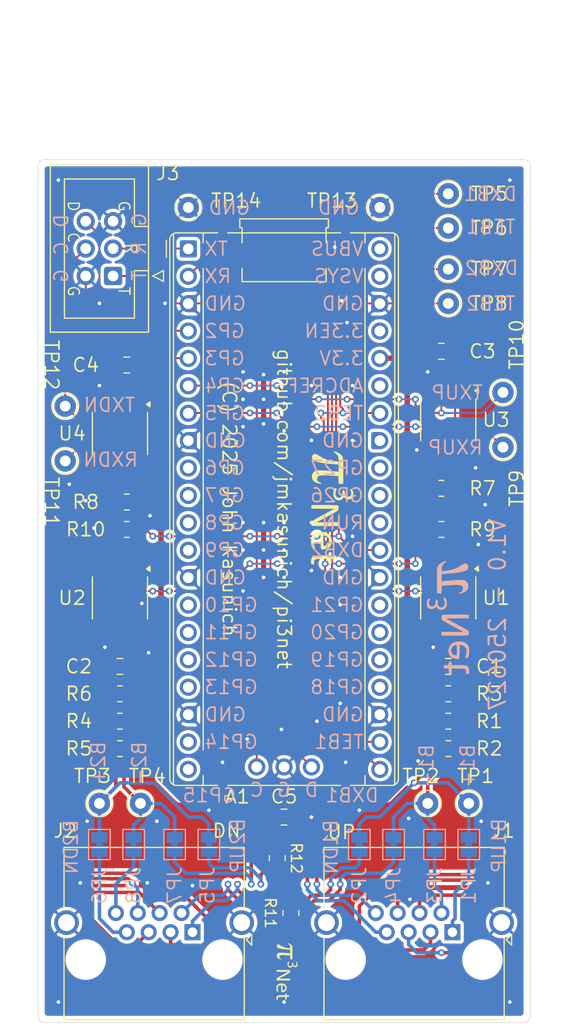
<source format=kicad_pcb>
(kicad_pcb (version 20241229) (generator "pcbnew") (generator_version "9.0")
  (title_block (title "Pi3Net RS-422/485 Stacker Board") (date "2025-06-30") (rev "V1.0"))
  (layers (0 "F.Cu" signal) (2 "B.Cu" signal) (13 "F.Paste" user) (15 "B.Paste" user) (5 "F.SilkS" user "F.Silkscreen") (7 "B.SilkS" user "B.Silkscreen") (1 "F.Mask" user) (3 "B.Mask" user) (25 "Edge.Cuts" user))
  (net 0 "")
  (net 1 "/RX_DN")
  (net 2 "+3.3V")
  (net 3 "/TE_B2")
  (net 6 "GND")
  (net 7 "/D_RX")
  (net 8 "/D_SD")
  (net 11 "/TX_UP")
  (net 15 "/D_TX")
  (net 22 "/RX_UP")
  (net 23 "/DX_B1")
  (net 27 "/D_SC")
  (net 28 "/DX_B2")
  (net 29 "/TX_DN")
  (net 36 "/TE_B1")
  (net 37 "Net-(JP1-A)")
  (net 38 "Net-(U3-A)")
  (net 39 "Net-(U3-B)")
  (net 40 "Net-(U3-Z)")
  (net 41 "Net-(U3-Y)")
  (net 42 "Net-(JP5-A)")
  (net 43 "Net-(U4-A)")
  (net 44 "Net-(JP3-B)")
  (net 45 "Net-(U4-Y)")
  (net 46 "Net-(JP4-B)")
  (net 47 "Net-(U4-B)")
  (net 48 "Net-(JP7-B)")
  (net 49 "Net-(JP8-B)")
  (net 50 "Net-(U4-Z)")
  (net 51 "Net-(JP1-B)")
  (net 52 "Net-(JP2-B)")
  (net 53 "Net-(JP5-B)")
  (net 54 "Net-(JP6-B)")
  (net 55 "Net-(JP7-A)")
  (net 56 "Net-(JP3-A)")
  (net 57 "Net-(U1-DI)")
  (net 58 "Net-(U2-DI)")
  (footprint "Resistor_SMD:R_0805_2012Metric_Pad1.20x1.40mm_HandSolder" (layer "F.Cu") (at 137.795 89.535)
    (property "Reference" "R10")
    (property "Value" "100")
  )
  (footprint "Resistor_SMD:R_0805_2012Metric_Pad1.20x1.40mm_HandSolder" (layer "F.Cu") (at 167.005 85.725 180)
    (property "Reference" "R7")
    (property "Value" "100")
  )
  (footprint "Resistor_SMD:R_0805_2012Metric_Pad1.20x1.40mm_HandSolder" (layer "F.Cu") (at 137.16 109.855)
    (property "Reference" "R5")
    (property "Value" "100")
  )
  (footprint "Connector_IDC:IDC-Header_2x03_P2.54mm_Vertical" (layer "F.Cu") (at 136.525 66.04 180)
    (property "Reference" "J3")
    (property "Value" "DEBUG HEADER")
  )
  (footprint "Capacitor_SMD:C_0805_2012Metric_Pad1.18x1.45mm_HandSolder" (layer "F.Cu") (at 152.4 116.205)
    (property "Reference" "C5")
    (property "Value" "10uF")
  )
  (footprint "TestPoint:TestPoint_THTPad_D2.0mm_Drill1.0mm" (layer "F.Cu") (at 167.64 65.405 90)
    (property "Reference" "TP7")
    (property "Value" "TestPoint_Small")
  )
  (footprint "TestPoint:TestPoint_THTPad_D2.0mm_Drill1.0mm" (layer "F.Cu") (at 172.72 81.915)
    (property "Reference" "TP9")
    (property "Value" "TestPoint_Small")
  )
  (footprint "Resistor_SMD:R_0805_2012Metric_Pad1.20x1.40mm_HandSolder" (layer "F.Cu") (at 167.64 109.855)
    (property "Reference" "R2")
    (property "Value" "100")
  )
  (footprint "TestPoint:TestPoint_THTPad_D2.0mm_Drill1.0mm" (layer "F.Cu") (at 139.065 114.935)
    (property "Reference" "TP4")
    (property "Value" "TestPoint_Small")
  )
  (footprint "Connector_RJ:RJ45_Amphenol_RJHSE5380" (layer "F.Cu") (at 168.025 126.875 180)
    (property "Reference" "J1")
    (property "Value" "8P8C_Shielded")
  )
  (footprint "Capacitor_SMD:C_0805_2012Metric_Pad1.18x1.45mm_HandSolder" (layer "F.Cu") (at 137.16 102.235 180)
    (property "Reference" "C2")
    (property "Value" "0.1uF")
  )
  (footprint "TestPoint:TestPoint_THTPad_D2.0mm_Drill1.0mm" (layer "F.Cu") (at 172.72 76.835)
    (property "Reference" "TP10")
    (property "Value" "TestPoint_Small")
  )
  (footprint "TestPoint:TestPoint_THTPad_D2.0mm_Drill1.0mm" (layer "F.Cu") (at 143.51 59.69)
    (property "Reference" "TP14")
    (property "Value" "TestPoint_Small")
  )
  (footprint "Capacitor_SMD:C_0805_2012Metric_Pad1.18x1.45mm_HandSolder" (layer "F.Cu") (at 167.005 73.025 180)
    (property "Reference" "C3")
    (property "Value" "0.1uF")
  )
  (footprint "TestPoint:TestPoint_THTPad_D2.0mm_Drill1.0mm" (layer "F.Cu") (at 167.64 61.595 90)
    (property "Reference" "TP6")
    (property "Value" "TestPoint_Small")
  )
  (footprint "Resistor_SMD:R_0805_2012Metric_Pad1.20x1.40mm_HandSolder" (layer "F.Cu") (at 167.64 104.775 180)
    (property "Reference" "R3")
    (property "Value" "750")
  )
  (footprint "TestPoint:TestPoint_THTPad_D2.0mm_Drill1.0mm" (layer "F.Cu") (at 132.08 78.105)
    (property "Reference" "TP12")
    (property "Value" "TestPoint_Small")
  )
  (footprint "PiPico:RaspberryPi_Pico_Debug_THT" (layer "F.Cu") (at 143.51 63.5255)
    (property "Reference" "A1")
    (property "Value" "RaspberryPi_Pico")
  )
  (footprint "Resistor_SMD:R_0805_2012Metric_Pad1.20x1.40mm_HandSolder" (layer "F.Cu") (at 137.16 104.775 180)
    (property "Reference" "R6")
    (property "Value" "750")
  )
  (footprint "Resistor_SMD:R_0805_2012Metric_Pad1.20x1.40mm_HandSolder" (layer "F.Cu") (at 153.035 125.095 90)
    (property "Reference" "R11")
    (property "Value" "100")
  )
  (footprint "TestPoint:TestPoint_THTPad_D2.0mm_Drill1.0mm" (layer "F.Cu") (at 167.64 68.58 90)
    (property "Reference" "TP8")
    (property "Value" "TestPoint_Small")
  )
  (footprint "TestPoint:TestPoint_THTPad_D2.0mm_Drill1.0mm" (layer "F.Cu") (at 167.64 58.42 90)
    (property "Reference" "TP5")
    (property "Value" "TestPoint_Small")
  )
  (footprint "TestPoint:TestPoint_THTPad_D2.0mm_Drill1.0mm" (layer "F.Cu") (at 165.735 114.935)
    (property "Reference" "TP2")
    (property "Value" "TestPoint_Small")
  )
  (footprint "Package_SO:SOIC-8_3.9x4.9mm_P1.27mm" (layer "F.Cu") (at 167.64 95.885 -90)
    (property "Reference" "U1")
    (property "Value" "THVD1450D")
  )
  (footprint "TestPoint:TestPoint_THTPad_D2.0mm_Drill1.0mm" (layer "F.Cu") (at 169.545 114.935)
    (property "Reference" "TP1")
    (property "Value" "TestPoint_Small")
  )
  (footprint "TestPoint:TestPoint_THTPad_D2.0mm_Drill1.0mm" (layer "F.Cu") (at 135.255 114.935)
    (property "Reference" "TP3")
    (property "Value" "TestPoint_Small")
  )
  (footprint "Capacitor_SMD:C_0805_2012Metric_Pad1.18x1.45mm_HandSolder" (layer "F.Cu") (at 167.64 102.235 180)
    (property "Reference" "C1")
    (property "Value" "0.1uF")
  )
  (footprint "Connector_RJ:RJ45_Amphenol_RJHSE5380" (layer "F.Cu") (at 143.895 126.875 180)
    (property "Reference" "J2")
    (property "Value" "8P8C_Shielded")
  )
  (footprint "TestPoint:TestPoint_THTPad_D2.0mm_Drill1.0mm" (layer "F.Cu") (at 132.08 83.185)
    (property "Reference" "TP11")
    (property "Value" "TestPoint_Small")
  )
  (footprint "PiPico:Pi3Net_logo" (layer "F.Cu") (at 152.654 130.556 -90)
    (property "Reference" "G***" (hide yes))
    (property "Value" "LOGO" (hide yes))
  )
  (footprint "Package_SO:SOIC-8_3.9x4.9mm_P1.27mm" (layer "F.Cu") (at 137.16 80.645 -90)
    (property "Reference" "U4")
    (property "Value" "THVD1451D")
  )
  (footprint "TestPoint:TestPoint_THTPad_D2.0mm_Drill1.0mm" (layer "F.Cu") (at 161.29 59.69)
    (property "Reference" "TP13")
    (property "Value" "TestPoint_Small")
  )
  (footprint "Resistor_SMD:R_0805_2012Metric_Pad1.20x1.40mm_HandSolder" (layer "F.Cu") (at 137.795 86.995 180)
    (property "Reference" "R8")
    (property "Value" "100")
  )
  (footprint "Resistor_SMD:R_0805_2012Metric_Pad1.20x1.40mm_HandSolder" (layer "F.Cu") (at 167.005 89.535 180)
    (property "Reference" "R9")
    (property "Value" "100")
  )
  (footprint "Resistor_SMD:R_0805_2012Metric_Pad1.20x1.40mm_HandSolder" (layer "F.Cu") (at 167.64 107.315 180)
    (property "Reference" "R1")
    (property "Value" "750")
  )
  (footprint "Resistor_SMD:R_0805_2012Metric_Pad1.20x1.40mm_HandSolder" (layer "F.Cu") (at 151.765 120.015 -90)
    (property "Reference" "R12")
    (property "Value" "100")
  )
  (footprint "Capacitor_SMD:C_0805_2012Metric_Pad1.18x1.45mm_HandSolder" (layer "F.Cu") (at 137.795 74.295 180)
    (property "Reference" "C4")
    (property "Value" "0.1uF")
  )
  (footprint "Resistor_SMD:R_0805_2012Metric_Pad1.20x1.40mm_HandSolder" (layer "F.Cu") (at 137.16 107.315 180)
    (property "Reference" "R4")
    (property "Value" "750")
  )
  (footprint "Package_SO:SOIC-8_3.9x4.9mm_P1.27mm" (layer "F.Cu") (at 167.64 79.375 -90)
    (property "Reference" "U3")
    (property "Value" "THVD1451D")
  )
  (footprint "Package_SO:SOIC-8_3.9x4.9mm_P1.27mm" (layer "F.Cu") (at 137.16 95.885 -90)
    (property "Reference" "U2")
    (property "Value" "THVD1450D")
  )
  (footprint "PiPico:Pi3Net_logo_2" (layer "F.Cu") (at 156.845 87.63 -90)
    (property "Reference" "G***" (hide yes))
    (property "Value" "LOGO" (hide yes))
  )
  (footprint "Jumper:SolderJumper-2_P1.3mm_Bridged_Pad1.0x1.5mm" (layer "B.Cu") (at 166.37 118.745 90)
    (property "Reference" "JP3")
    (property "Value" "SolderJumper_2_Bridged")
  )
  (footprint "Jumper:SolderJumper-2_P1.3mm_Bridged_Pad1.0x1.5mm" (layer "B.Cu") (at 142.24 118.745 90)
    (property "Reference" "JP7")
    (property "Value" "SolderJumper_2_Bridged")
  )
  (footprint "Jumper:SolderJumper-2_P1.3mm_Bridged_Pad1.0x1.5mm" (layer "B.Cu") (at 145.415 118.745 90)
    (property "Reference" "JP5")
    (property "Value" "SolderJumper_2_Bridged")
  )
  (footprint "Jumper:SolderJumper-2_P1.3mm_Bridged_Pad1.0x1.5mm" (layer "B.Cu") (at 169.545 118.745 90)
    (property "Reference" "JP1")
    (property "Value" "SolderJumper_2_Bridged")
  )
  (footprint "Jumper:SolderJumper-2_P1.3mm_Bridged_Pad1.0x1.5mm" (layer "B.Cu") (at 135.255 118.745 -90)
    (property "Reference" "JP6")
    (property "Value" "SolderJumper_2_Bridged")
  )
  (footprint "Jumper:SolderJumper-2_P1.3mm_Bridged_Pad1.0x1.5mm" (layer "B.Cu") (at 159.385 118.745 -90)
    (property "Reference" "JP2")
    (property "Value" "SolderJumper_2_Bridged")
  )
  (footprint "Jumper:SolderJumper-2_P1.3mm_Bridged_Pad1.0x1.5mm" (layer "B.Cu") (at 138.43 118.745 -90)
    (property "Reference" "JP8")
    (property "Value" "SolderJumper_2_Bridged")
  )
  (footprint "PiPico:Pi3Net_logo_2" (layer "B.Cu") (at 167.64 97.79 -90)
    (property "Reference" "G***" (hide yes))
    (property "Value" "LOGO" (hide yes))
  )
  (footprint "Jumper:SolderJumper-2_P1.3mm_Bridged_Pad1.0x1.5mm" (layer "B.Cu") (at 162.56 118.745 -90)
    (property "Reference" "JP4")
    (property "Value" "SolderJumper_2_Bridged")
  )
  (gr_arc (start 174.625 55.245) (mid 175.074013 55.430987) (end 175.26 55.88) (stroke (width 0.05)) (layer "Edge.Cuts"))
  (gr_line (start 174.625 135.255) (end 130.175 135.255) (stroke (width 0.05)) (layer "Edge.Cuts"))
  (gr_arc (start 175.26 134.62) (mid 175.074013 135.069013) (end 174.625 135.255) (stroke (width 0.05)) (layer "Edge.Cuts"))
  (gr_arc (start 129.54 55.88) (mid 129.725987 55.430987) (end 130.175 55.245) (stroke (width 0.05)) (layer "Edge.Cuts"))
  (gr_line (start 175.26 55.88) (end 175.26 134.62) (stroke (width 0.05)) (layer "Edge.Cuts"))
  (gr_line (start 130.175 55.245) (end 174.625 55.245) (stroke (width 0.05)) (layer "Edge.Cuts"))
  (gr_arc (start 130.175 135.255) (mid 129.725987 135.069013) (end 129.54 134.62) (stroke (width 0.05)) (layer "Edge.Cuts"))
  (gr_line (start 129.54 134.62) (end 129.54 55.88) (stroke (width 0.05)) (layer "Edge.Cuts"))
  (gr_text "G" (at 137.541 59.563 270) (layer "F.SilkS") (effects (font (size 1.016 1.016) (thickness 0.127))))
  (gr_text "github.com/jmkasunich/pi3net" (at 152.4 87.63 270) (layer "F.SilkS") (effects (font (size 1.27 1.27) (thickness 0.15875))))
  (gr_text "C" (at 132.842 62.484 270) (layer "F.SilkS") (effects (font (size 1.016 1.016) (thickness 0.127))))
  (gr_text "(C) 2025 John Kasunich" (at 147.32 87.63 270) (layer "F.SilkS") (effects (font (size 1.27 1.27) (thickness 0.15875))))
  (gr_text "T" (at 137.541 67.437 270) (layer "F.SilkS") (effects (font (size 1.016 1.016) (thickness 0.127))))
  (gr_text "UP" (at 157.734 117.602 0) (layer "F.SilkS") (effects (font (size 1.27 1.27) (thickness 0.15875))))
  (gr_text "R" (at 138.176 63.5 270) (layer "F.SilkS") (effects (font (size 1.016 1.016) (thickness 0.127))))
  (gr_text "D" (at 132.842 59.563 270) (layer "F.SilkS") (effects (font (size 1.016 1.016) (thickness 0.127))))
  (gr_text "DN" (at 147.066 117.475 0) (layer "F.SilkS") (effects (font (size 1.27 1.27) (thickness 0.15875))))
  (gr_text "G" (at 132.842 67.437 270) (layer "F.SilkS") (effects (font (size 1.016 1.016) (thickness 0.127))))
  (gr_text "GP15" (at 142.875 114.935 0) (layer "B.SilkS") (effects (font (size 1.27 1.27) (thickness 0.15875)) (justify right bottom mirror)))
  (gr_text "C" (at 132.461 62.738 90) (layer "B.SilkS") (effects (font (size 1.27 1.27) (thickness 0.15875)) (justify left bottom mirror)))
  (gr_text "B2-" (at 139.7 109.093 90) (layer "B.SilkS") (effects (font (size 1.27 1.27) (thickness 0.15875)) (justify left bottom mirror)))
  (gr_text "GP18" (at 159.893 104.902 0) (layer "B.SilkS") (effects (font (size 1.27 1.27) (thickness 0.15875)) (justify left bottom mirror)))
  (gr_text "V1.0 - 250627" (at 173.101 88.392 90) (layer "B.SilkS") (effects (font (size 1.524 1.524) (thickness 0.1905)) (justify left bottom mirror)))
  (gr_text "GP5" (at 144.907 79.502 0) (layer "B.SilkS") (effects (font (size 1.27 1.27) (thickness 0.15875)) (justify right bottom mirror)))
  (gr_text "RUN" (at 159.893 89.662 0) (layer "B.SilkS") (effects (font (size 1.27 1.27) (thickness 0.15875)) (justify left bottom mirror)))
  (gr_text "GND" (at 159.512 60.452 0) (layer "B.SilkS") (effects (font (size 1.27 1.27) (thickness 0.15875)) (justify left bottom mirror)))
  (gr_text "T" (at 139.7 65.405 90) (layer "B.SilkS") (effects (font (size 1.27 1.27) (thickness 0.15875)) (justify left bottom mirror)))
  (gr_text "C" (at 149.86 114.427 0) (layer "B.SilkS") (effects (font (size 1.27 1.27) (thickness 0.15875)) (justify bottom mirror)))
  (gr_text "GND" (at 144.907 69.342 0) (layer "B.SilkS") (effects (font (size 1.27 1.27) (thickness 0.15875)) (justify right bottom mirror)))
  (gr_text "GP11" (at 144.907 99.822 0) (layer "B.SilkS") (effects (font (size 1.27 1.27) (thickness 0.15875)) (justify right bottom mirror)))
  (gr_text "B2+" (at 135.89 109.093 90) (layer "B.SilkS") (effects (font (size 1.27 1.27) (thickness 0.15875)) (justify left bottom mirror)))
  (gr_text "GND" (at 159.893 94.742 0) (layer "B.SilkS") (effects (font (size 1.27 1.27) (thickness 0.15875)) (justify left bottom mirror)))
  (gr_text "D" (at 154.94 114.427 0) (layer "B.SilkS") (effects (font (size 1.27 1.27) (thickness 0.15875)) (justify bottom mirror)))
  (gr_text "GP8" (at 144.907 89.662 0) (layer "B.SilkS") (effects (font (size 1.27 1.27) (thickness 0.15875)) (justify right bottom mirror)))
  (gr_text "GP19" (at 159.893 102.362 0) (layer "B.SilkS") (effects (font (size 1.27 1.27) (thickness 0.15875)) (justify left bottom mirror)))
  (gr_text "GND" (at 144.907 94.742 0) (layer "B.SilkS") (effects (font (size 1.27 1.27) (thickness 0.15875)) (justify right bottom mirror)))
  (gr_text "TEB1" (at 173.99 62.23 0) (layer "B.SilkS") (effects (font (size 1.27 1.27) (thickness 0.15875)) (justify left bottom mirror)))
  (gr_text "VSYS" (at 159.893 66.802 0) (layer "B.SilkS") (effects (font (size 1.27 1.27) (thickness 0.15875)) (justify left bottom mirror)))
  (gr_text "B1-" (at 166.37 109.347 90) (layer "B.SilkS") (effects (font (size 1.27 1.27) (thickness 0.15875)) (justify left bottom mirror)))
  (gr_text "GND" (at 145.288 60.452 0) (layer "B.SilkS") (effects (font (size 1.27 1.27) (thickness 0.15875)) (justify right bottom mirror)))
  (gr_text "GP7" (at 144.907 87.122 0) (layer "B.SilkS") (effects (font (size 1.27 1.27) (thickness 0.15875)) (justify right bottom mirror)))
  (gr_text "GP26" (at 159.893 87.122 0) (layer "B.SilkS") (effects (font (size 1.27 1.27) (thickness 0.15875)) (justify left bottom mirror)))
  (gr_text "GND" (at 159.893 69.342 0) (layer "B.SilkS") (effects (font (size 1.27 1.27) (thickness 0.15875)) (justify left bottom mirror)))
  (gr_text "GP13" (at 144.907 104.902 0) (layer "B.SilkS") (effects (font (size 1.27 1.27) (thickness 0.15875)) (justify right bottom mirror)))
  (gr_text "GP6" (at 144.907 84.582 0) (layer "B.SilkS") (effects (font (size 1.27 1.27) (thickness 0.15875)) (justify right bottom mirror)))
  (gr_text "GP12" (at 144.907 102.362 0) (layer "B.SilkS") (effects (font (size 1.27 1.27) (thickness 0.15875)) (justify right bottom mirror)))
  (gr_text "DXB2" (at 159.893 92.202 0) (layer "B.SilkS") (effects (font (size 1.27 1.27) (thickness 0.15875)) (justify left bottom mirror)))
  (gr_text "DXB2" (at 174.244 66.04 0) (layer "B.SilkS") (effects (font (size 1.27 1.27) (thickness 0.15875)) (justify left bottom mirror)))
  (gr_text "G" (at 139.7 60.071 90) (layer "B.SilkS") (effects (font (size 1.27 1.27) (thickness 0.15875)) (justify left bottom mirror)))
  (gr_text "GP3" (at 144.907 74.422 0) (layer "B.SilkS") (effects (font (size 1.27 1.27) (thickness 0.15875)) (justify right bottom mirror)))
  (gr_text "B2DN" (at 133.35 116.332 90) (layer "B.SilkS") (effects (font (size 1.27 1.27) (thickness 0.15875)) (justify left bottom mirror)))
  (gr_text "GND" (at 144.907 82.042 0) (layer "B.SilkS") (effects (font (size 1.27 1.27) (thickness 0.15875)) (justify right bottom mirror)))
  (gr_text "TXDN" (at 138.684 78.74 0) (layer "B.SilkS") (effects (font (size 1.27 1.27) (thickness 0.15875)) (justify left bottom mirror)))
  (gr_text "3.3EN" (at 159.893 71.882 0) (layer "B.SilkS") (effects (font (size 1.27 1.27) (thickness 0.15875)) (justify left bottom mirror)))
  (gr_text "G" (at 152.4 114.427 0) (layer "B.SilkS") (effects (font (size 1.27 1.27) (thickness 0.15875)) (justify bottom mirror)))
  (gr_text "GP27" (at 159.893 84.582 0) (layer "B.SilkS") (effects (font (size 1.27 1.27) (thickness 0.15875)) (justify left bottom mirror)))
  (gr_text "GP4" (at 144.907 76.962 0) (layer "B.SilkS") (effects (font (size 1.27 1.27) (thickness 0.15875)) (justify right bottom mirror)))
  (gr_text "TEB2" (at 173.99 69.342 0) (layer "B.SilkS") (effects (font (size 1.27 1.27) (thickness 0.15875)) (justify left bottom mirror)))
  (gr_text "DXB1" (at 161.29 114.935 0) (layer "B.SilkS") (effects (font (size 1.27 1.27) (thickness 0.15875)) (justify left bottom mirror)))
  (gr_text "TXUP" (at 170.942 77.597 0) (layer "B.SilkS") (effects (font (size 1.27 1.27) (thickness 0.15875)) (justify left bottom mirror)))
  (gr_text "RX" (at 144.907 66.802 0) (layer "B.SilkS") (effects (font (size 1.27 1.27) (thickness 0.15875)) (justify right bottom mirror)))
  (gr_text "GND" (at 144.907 107.442 0) (layer "B.SilkS") (effects (font (size 1.27 1.27) (thickness 0.15875)) (justify right bottom mirror)))
  (gr_text "GP10" (at 144.907 97.282 0) (layer "B.SilkS") (effects (font (size 1.27 1.27) (thickness 0.15875)) (justify right bottom mirror)))
  (gr_text "ADCREF" (at 159.893 76.962 0) (layer "B.SilkS") (effects (font (size 1.27 1.27) (thickness 0.15875)) (justify left bottom mirror)))
  (gr_text "GP20" (at 159.893 99.822 0) (layer "B.SilkS") (effects (font (size 1.27 1.27) (thickness 0.15875)) (justify left bottom mirror)))
  (gr_text "D" (at 132.461 60.198 90) (layer "B.SilkS") (effects (font (size 1.27 1.27) (thickness 0.15875)) (justify left bottom mirror)))
  (gr_text "3.3V" (at 159.893 74.422 0) (layer "B.SilkS") (effects (font (size 1.27 1.27) (thickness 0.15875)) (justify left bottom mirror)))
  (gr_text "VBUS" (at 159.893 64.262 0) (layer "B.SilkS") (effects (font (size 1.27 1.27) (thickness 0.15875)) (justify left bottom mirror)))
  (gr_text "RXUP" (at 170.942 82.677 0) (layer "B.SilkS") (effects (font (size 1.27 1.27) (thickness 0.15875)) (justify left bottom mirror)))
  (gr_text "TX" (at 144.907 64.262 0) (layer "B.SilkS") (effects (font (size 1.27 1.27) (thickness 0.15875)) (justify right bottom mirror)))
  (gr_text "B1UP" (at 173.101 116.205 90) (layer "B.SilkS") (effects (font (size 1.27 1.27) (thickness 0.15875)) (justify left bottom mirror)))
  (gr_text "GP14" (at 144.907 109.982 0) (layer "B.SilkS") (effects (font (size 1.27 1.27) (thickness 0.15875)) (justify right bottom mirror)))
  (gr_text "GP2" (at 144.907 71.882 0) (layer "B.SilkS") (effects (font (size 1.27 1.27) (thickness 0.15875)) (justify right bottom mirror)))
  (gr_text "GP9" (at 144.907 92.202 0) (layer "B.SilkS") (effects (font (size 1.27 1.27) (thickness 0.15875)) (justify right bottom mirror)))
  (gr_text "B1+" (at 170.18 109.347 90) (layer "B.SilkS") (effects (font (size 1.27 1.27) (thickness 0.15875)) (justify left bottom mirror)))
  (gr_text "GP21" (at 159.893 97.282 0) (layer "B.SilkS") (effects (font (size 1.27 1.27) (thickness 0.15875)) (justify left bottom mirror)))
  (gr_text "B1DN" (at 157.48 116.332 90) (layer "B.SilkS") (effects (font (size 1.27 1.27) (thickness 0.15875)) (justify left bottom mirror)))
  (gr_text "G" (at 132.461 65.278 90) (layer "B.SilkS") (effects (font (size 1.27 1.27) (thickness 0.15875)) (justify left bottom mirror)))
  (gr_text "GND" (at 159.893 107.442 0) (layer "B.SilkS") (effects (font (size 1.27 1.27) (thickness 0.15875)) (justify left bottom mirror)))
  (gr_text "DXB1" (at 174.117 59.182 0) (layer "B.SilkS") (effects (font (size 1.27 1.27) (thickness 0.15875)) (justify left bottom mirror)))
  (gr_text "B2UP" (at 148.844 116.205 90) (layer "B.SilkS") (effects (font (size 1.27 1.27) (thickness 0.15875)) (justify left bottom mirror)))
  (gr_text "GND" (at 159.893 82.042 0) (layer "B.SilkS") (effects (font (size 1.27 1.27) (thickness 0.15875)) (justify left bottom mirror)))
  (gr_text "TEB2" (at 159.893 79.502 0) (layer "B.SilkS") (effects (font (size 1.27 1.27) (thickness 0.15875)) (justify left bottom mirror)))
  (gr_text "TEB1" (at 159.893 109.982 0) (layer "B.SilkS") (effects (font (size 1.27 1.27) (thickness 0.15875)) (justify left bottom mirror)))
  (gr_text "RXDN" (at 138.938 83.82 0) (layer "B.SilkS") (effects (font (size 1.27 1.27) (thickness 0.15875)) (justify left bottom mirror)))
  (gr_text "R" (at 139.7 62.738 90) (layer "B.SilkS") (effects (font (size 1.27 1.27) (thickness 0.15875)) (justify left bottom mirror)))
  (segment (start 137.795 78.17) (end 137.795 73.533) (width 0.1778) (layer "F.Cu") (net 1))
  (segment (start 137.795 78.17) (end 137.795 79.502) (width 0.1778) (layer "F.Cu") (net 1))
  (segment (start 136.017 81.28) (end 133.985 81.28) (width 0.1778) (layer "F.Cu") (net 1))
  (segment (start 137.795 73.533) (end 138.43 72.898) (width 0.1778) (layer "F.Cu") (net 1))
  (segment (start 133.985 81.28) (end 132.08 83.185) (width 0.1778) (layer "F.Cu") (net 1))
  (segment (start 140.97 73.66) (end 143.51 73.66) (width 0.1778) (layer "F.Cu") (net 1))
  (segment (start 140.208 72.898) (end 140.97 73.66) (width 0.1778) (layer "F.Cu") (net 1))
  (segment (start 138.43 72.898) (end 140.208 72.898) (width 0.1778) (layer "F.Cu") (net 1))
  (segment (start 137.795 79.502) (end 136.017 81.28) (width 0.1778) (layer "F.Cu") (net 1))
  (segment (start 169.545 96.774) (end 168.91 96.139) (width 0.508) (layer "F.Cu") (net 2))
  (segment (start 168.6775 102.235) (end 169.672 102.235) (width 0.1778) (layer "F.Cu") (net 2))
  (segment (start 163.195 87.63) (end 163.195 83.82) (width 0.508) (layer "F.Cu") (net 2))
  (segment (start 164.465 71.12) (end 167.386 71.12) (width 0.508) (layer "F.Cu") (net 2))
  (segment (start 140.97 78.994) (end 140.146 78.17) (width 0.508) (layer "F.Cu") (net 2))
  (segment (start 163.83 96.139) (end 163.83 88.265) (width 0.508) (layer "F.Cu") (net 2))
  (segment (start 168.91 96.139) (end 163.83 96.139) (width 0.508) (layer "F.Cu") (net 2))
  (segment (start 139.065 100.203) (end 138.1975 101.0705) (width 0.508) (layer "F.Cu") (net 2))
  (segment (start 139.065 76.2) (end 139.065 78.17) (width 0.508) (layer "F.Cu") (net 2))
  (segment (start 169.672 107.315) (end 170.18 106.807) (width 0.1778) (layer "F.Cu") (net 2))
  (segment (start 168.0425 71.7765) (end 168.0425 73.025) (width 0.508) (layer "F.Cu") (net 2))
  (segment (start 168.0425 73.025) (end 168.0425 74.5705) (width 0.508) (layer "F.Cu") (net 2))
  (segment (start 169.545 100.203) (end 168.6775 101.0705) (width 0.508) (layer "F.Cu") (net 2))
  (segment (start 142.748 114.3) (end 151.257 114.3) (width 0.508) (layer "F.Cu") (net 2))
  (segment (start 168.6775 101.0705) (end 168.6775 102.235) (width 0.508) (layer "F.Cu") (net 2))
  (segment (start 169.545 98.36) (end 169.545 96.774) (width 0.508) (layer "F.Cu") (net 2))
  (segment (start 169.545 75.311) (end 169.545 76.9) (width 0.508) (layer "F.Cu") (net 2))
  (segment (start 163.83 73.66) (end 161.29 73.66) (width 0.508) (layer "F.Cu") (net 2))
  (segment (start 140.97 112.522) (end 140.97 98.36) (width 0.508) (layer "F.Cu") (net 2))
  (segment (start 139.065 98.36) (end 140.97 98.36) (width 0.508) (layer "F.Cu") (net 2))
  (segment (start 168.0425 74.5705) (end 168.402 74.93) (width 0.508) (layer "F.Cu") (net 2))
  (segment (start 139.7 102.743) (end 139.7 106.807) (width 0.1778) (layer "F.Cu") (net 2))
  (segment (start 163.83 71.755) (end 164.465 71.12) (width 0.508) (layer "F.Cu") (net 2))
  (segment (start 139.065 98.36) (end 139.065 100.203) (width 0.508) (layer "F.Cu") (net 2))
  (segment (start 138.8325 74.295) (end 138.8325 75.9675) (width 0.508) (layer "F.Cu") (net 2))
  (segment (start 170.18 102.743) (end 170.18 106.807) (width 0.1778) (layer "F.Cu") (net 2))
  (segment (start 163.83 83.185) (end 163.83 73.66) (width 0.508) (layer "F.Cu") (net 2))
  (segment (start 151.3625 114.4055) (end 151.257 114.3) (width 0.508) (layer "F.Cu") (net 2))
  (segment (start 168.402 74.93) (end 169.164 74.93) (width 0.508) (layer "F.Cu") (net 2))
  (segment (start 163.83 73.66) (end 163.83 71.755) (width 0.508) (layer "F.Cu") (net 2))
  (segment (start 139.192 102.235) (end 139.7 102.743) (width 0.1778) (layer "F.Cu") (net 2))
  (segment (start 138.8325 75.9675) (end 139.065 76.2) (width 0.508) (layer "F.Cu") (net 2))
  (segment (start 169.164 74.93) (end 169.545 75.311) (width 0.508) (layer "F.Cu") (net 2))
  (segment (start 169.545 100.203) (end 169.545 98.36) (width 0.508) (layer "F.Cu") (net 2))
  (segment (start 138.16 107.315) (end 139.192 107.315) (width 0.1778) (layer "F.Cu") (net 2))
  (segment (start 140.97 112.522) (end 142.748 114.3) (width 0.508) (layer "F.Cu") (net 2))
  (segment (start 152.4 114.3) (end 161.925 114.3) (width 0.508) (layer "F.Cu") (net 2))
  (segment (start 163.83 112.395) (end 163.83 96.139) (width 0.508) (layer "F.Cu") (net 2))
  (segment (start 168.64 107.315) (end 169.672 107.315) (width 0.1778) (layer "F.Cu") (net 2))
  (segment (start 139.192 107.315) (end 139.7 106.807) (width 0.1778) (layer "F.Cu") (net 2))
  (segment (start 169.672 102.235) (end 170.18 102.743) (width 0.1778) (layer "F.Cu") (net 2))
  (segment (start 163.195 83.82) (end 163.83 83.185) (width 0.508) (layer "F.Cu") (net 2))
  (segment (start 140.146 78.17) (end 139.065 78.17) (width 0.508) (layer "F.Cu") (net 2))
  (segment (start 151.257 114.3) (end 152.4 114.3) (width 0.508) (layer "F.Cu") (net 2))
  (segment (start 140.97 98.36) (end 140.97 78.994) (width 0.508) (layer "F.Cu") (net 2))
  (segment (start 138.1975 102.235) (end 139.192 102.235) (width 0.1778) (layer "F.Cu") (net 2))
  (segment (start 161.925 114.3) (end 163.83 112.395) (width 0.508) (layer "F.Cu") (net 2))
  (segment (start 138.1975 101.0705) (end 138.1975 102.235) (width 0.508) (layer "F.Cu") (net 2))
  (segment (start 167.386 71.12) (end 168.0425 71.7765) (width 0.508) (layer "F.Cu") (net 2))
  (segment (start 163.83 88.265) (end 163.195 87.63) (width 0.508) (layer "F.Cu") (net 2))
  (segment (start 151.3625 116.205) (end 151.3625 114.4055) (width 0.508) (layer "F.Cu") (net 2))
  (segment (start 156.083 90.932) (end 156.083 79.502) (width 0.1778) (layer "F.Cu") (net 3))
  (segment (start 156.083 79.502) (end 155.829 79.248) (width 0.1778) (layer "F.Cu") (net 3))
  (segment (start 160.02 69.85) (end 162.56 69.85) (width 0.1778) (layer "F.Cu") (net 3))
  (segment (start 136.906 95.25) (end 137.795 95.25) (width 0.1778) (layer "F.Cu") (net 3))
  (segment (start 136.525 93.41) (end 136.525 94.869) (width 0.1778) (layer "F.Cu") (net 3))
  (segment (start 137.795 93.41) (end 137.795 95.25) (width 0.1778) (layer "F.Cu") (net 3))
  (segment (start 157.607 78.105) (end 157.607 72.263) (width 0.1778) (layer "F.Cu") (net 3))
  (segment (start 157.861 78.359) (end 157.607 78.105) (width 0.1778) (layer "F.Cu") (net 3))
  (segment (start 157.607 72.263) (end 160.02 69.85) (width 0.1778) (layer "F.Cu") (net 3))
  (segment (start 146.685 95.25) (end 149.225 92.71) (width 0.1778) (layer "F.Cu") (net 3))
  (segment (start 154.305 92.71) (end 156.083 90.932) (width 0.1778) (layer "F.Cu") (net 3))
  (segment (start 155.829 79.248) (end 155.829 78.74) (width 0.1778) (layer "F.Cu") (net 3))
  (segment (start 151.765 92.71) (end 154.305 92.71) (width 0.1778) (layer "F.Cu") (net 3))
  (segment (start 161.29 78.74) (end 157.861 78.74) (width 0.1778) (layer "F.Cu") (net 3))
  (segment (start 157.861 78.74) (end 157.861 78.359) (width 0.1778) (layer "F.Cu") (net 3))
  (segment (start 141.732 95.25) (end 146.685 95.25) (width 0.1778) (layer "F.Cu") (net 3))
  (segment (start 162.56 69.85) (end 163.83 68.58) (width 0.1778) (layer "F.Cu") (net 3))
  (segment (start 136.525 94.869) (end 136.906 95.25) (width 0.1778) (layer "F.Cu") (net 3))
  (segment (start 163.83 68.58) (end 167.64 68.58) (width 0.1778) (layer "F.Cu") (net 3))
  (segment (start 137.795 95.25) (end 140.208 95.25) (width 0.1778) (layer "F.Cu") (net 3))
  (via (at 157.861 78.74) (size 0.635) (drill 0.3302) (layers "F.Cu" "B.Cu") (net 3))
  (via (at 149.225 92.71) (size 0.635) (drill 0.3302) (layers "F.Cu" "B.Cu") (net 3))
  (via (at 140.208 95.25) (size 0.635) (drill 0.3302) (layers "F.Cu" "B.Cu") (net 3))
  (via (at 141.732 95.25) (size 0.635) (drill 0.3302) (layers "F.Cu" "B.Cu") (net 3))
  (via (at 155.829 78.74) (size 0.635) (drill 0.3302) (layers "F.Cu" "B.Cu") (net 3))
  (via (at 151.765 92.71) (size 0.635) (drill 0.3302) (layers "F.Cu" "B.Cu") (net 3))
  (segment (start 155.829 78.74) (end 157.861 78.74) (width 0.1778) (layer "B.Cu") (net 3))
  (segment (start 149.225 92.71) (end 151.765 92.71) (width 0.1778) (layer "B.Cu") (net 3))
  (segment (start 140.208 95.25) (end 141.732 95.25) (width 0.1778) (layer "B.Cu") (net 3))
  (segment (start 165.735 74.295) (end 165.735 74.93) (width 0.508) (layer "F.Cu") (net 6))
  (segment (start 166.64 100.854) (end 166.243 100.457) (width 0.508) (layer "F.Cu") (net 6))
  (segment (start 150.495 88.9) (end 150.495 89.154) (width 0.1778) (layer "F.Cu") (net 6))
  (segment (start 136.7575 75.3325) (end 135.89 76.2) (width 0.508) (layer "F.Cu") (net 6))
  (segment (start 153.4375 116.205) (end 154.94 116.205) (width 0.508) (layer "F.Cu") (net 6))
  (segment (start 166.64 102.1975) (end 166.64 100.854) (width 0.508) (layer "F.Cu") (net 6))
  (segment (start 135.255 78.17) (end 135.255 76.2) (width 0.508) (layer "F.Cu") (net 6))
  (segment (start 136.1225 100.8165) (end 135.763 100.457) (width 0.508) (layer "F.Cu") (net 6))
  (segment (start 136.1225 102.235) (end 136.1225 100.8165) (width 0.508) (layer "F.Cu") (net 6))
  (segment (start 150.495 91.44) (end 150.495 88.9) (width 0.1778) (layer "F.Cu") (net 6))
  (segment (start 136.16 102.2725) (end 136.1225 102.235) (width 0.1778) (layer "F.Cu") (net 6))
  (segment (start 133.985 66.04) (end 133.985 67.31) (width 0.1778) (layer "F.Cu") (net 6))
  (segment (start 133.985 67.31) (end 135.255 68.58) (width 0.1778) (layer "F.Cu") (net 6))
  (segment (start 150.495 88.9) (end 150.495 79.756) (width 0.1778) (layer "F.Cu") (net 6))
  (segment (start 150.495 109.6264) (end 150.495 91.44) (width 0.1778) (layer "F.Cu") (net 6))
  (segment (start 135.89 76.2) (end 135.255 76.2) (width 0.508) (layer "F.Cu") (net 6))
  (segment (start 161.29 68.58) (end 162.687 68.58) (width 0.1778) (layer "F.Cu") (net 6))
  (segment (start 136.7575 74.295) (end 136.7575 75.3325) (width 0.508) (layer "F.Cu") (net 6))
  (segment (start 135.255 68.58) (end 143.51 68.58) (width 0.1778) (layer "F.Cu") (net 6))
  (segment (start 148.59 68.58) (end 150.495 70.485) (width 0.1778) (layer "F.Cu") (net 6))
  (segment (start 152.4 111.5314) (end 150.495 109.6264) (width 0.1778) (layer "F.Cu") (net 6))
  (segment (start 135.255 99.949) (end 135.763 100.457) (width 0.508) (layer "F.Cu") (net 6))
  (segment (start 166.64 104.775) (end 166.64 102.2725) (width 0.1778) (layer "F.Cu") (net 6))
  (segment (start 166.64 102.2725) (end 166.6025 102.235) (width 0.1778) (layer "F.Cu") (net 6))
  (segment (start 136.16 104.775) (end 136.16 102.2725) (width 0.1778) (layer "F.Cu") (net 6))
  (segment (start 165.735 99.949) (end 166.243 100.457) (width 0.508) (layer "F.Cu") (net 6))
  (segment (start 150.495 75.184) (end 150.495 70.485) (width 0.1778) (layer "F.Cu") (net 6))
  (segment (start 143.51 68.58) (end 148.59 68.58) (width 0.1778) (layer "F.Cu") (net 6))
  (segment (start 150.495 79.756) (end 150.495 77.47) (width 0.1778) (layer "F.Cu") (net 6))
  (segment (start 165.735 76.9) (end 165.735 74.93) (width 0.508) (layer "F.Cu") (net 6))
  (segment (start 165.9675 74.0625) (end 165.735 74.295) (width 0.508) (layer "F.Cu") (net 6))
  (segment (start 158.242 70.358) (end 160.02 68.58) (width 0.1778) (layer "F.Cu") (net 6))
  (segment (start 166.6025 102.235) (end 166.64 102.1975) (width 0.1778) (layer "F.Cu") (net 6))
  (segment (start 135.255 98.36) (end 135.255 99.949) (width 0.508) (layer "F.Cu") (net 6))
  (segment (start 160.02 68.58) (end 161.29 68.58) (width 0.1778) (layer "F.Cu") (net 6))
  (segment (start 150.495 75.184) (end 150.495 75.438) (width 0.1778) (layer "F.Cu") (net 6))
  (segment (start 150.495 77.47) (end 150.495 75.184) (width 0.1778) (layer "F.Cu") (net 6))
  (segment (start 165.9675 73.025) (end 165.9675 74.0625) (width 0.508) (layer "F.Cu") (net 6))
  (segment (start 165.735 98.36) (end 165.735 99.949) (width 0.508) (layer "F.Cu") (net 6))
  (via (at 140.589 116.586) (size 0.635) (drill 0.3302) (layers "F.Cu" "B.Cu") (net 6))
  (via (at 173.355 57.15) (size 0.635) (drill 0.3302) (layers "F.Cu" "B.Cu") (net 6))
  (via (at 141.351 68.58) (size 0.635) (drill 0.3302) (layers "F.Cu" "B.Cu") (net 6))
  (via (at 157.607 105.664) (size 0.635) (drill 0.3302) (layers "F.Cu" "B.Cu") (net 6))
  (via (at 148.59 91.44) (size 0.635) (drill 0.3302) (layers "F.Cu" "B.Cu") (net 6))
  (via (at 152.4 93.98) (size 0.635) (drill 0.3302) (layers "F.Cu" "B.Cu") (net 6))
  (via (at 145.415 115.57) (size 0.635) (drill 0.3302) (layers "F.Cu" "B.Cu") (net 6))
  (via (at 158.75 76.2) (size 0.635) (drill 0.3302) (layers "F.Cu" "B.Cu") (net 6))
  (via (at 139.827 100.965) (size 0.635) (drill 0.3302) (layers "F.Cu" "B.Cu") (net 6))
  (via (at 148.59 80.01) (size 0.635) (drill 0.3302) (layers "F.Cu" "B.Cu") (net 6))
  (via (at 158.75 90.17) (size 0.635) (drill 0.3302) (layers "F.Cu" "B.Cu") (net 6))
  (via (at 152.4 74.93) (size 0.635) (drill 0.3302) (layers "F.Cu" "B.Cu") (net 6))
  (via (at 135.255 68.58) (size 0.635) (drill 0.3302) (layers "F.Cu" "B.Cu") (net 6))
  (via (at 152.4 80.391) (size 0.635) (drill 0.3302) (layers "F.Cu" "B.Cu") (net 6))
  (via (at 139.954 88.265) (size 0.635) (drill 0.3302) (layers "F.Cu" "B.Cu") (net 6))
  (via (at 133.985 86.868) (size 0.635) (drill 0.3302) (layers "F.Cu" "B.Cu") (net 6))
  (via (at 154.94 81.28) (size 0.635) (drill 0.3302) (layers "F.Cu" "B.Cu") (net 6))
  (via (at 171.323 122.301) (size 0.635) (drill 0.3302) (layers "F.Cu" "B.Cu") (net 6))
  (via (at 152.4 77.851) (size 0.635) (drill 0.3302) (layers "F.Cu" "B.Cu") (net 6))
  (via (at 135.763 100.457) (size 0.635) (drill 0.3302) (layers "F.Cu" "B.Cu") (net 6))
  (via (at 173.355 133.35) (size 0.635) (drill 0.3302) (layers "F.Cu" "B.Cu") (net 6))
  (via (at 158.242 70.358) (size 0.635) (drill 0.3302) (layers "F.Cu" "B.Cu") (net 6))
  (via (at 150.495 93.98) (size 0.635) (drill 0.3302) (layers "F.Cu" "B.Cu") (net 6))
  (via (at 148.59 95.25) (size 0.635) (drill 0.3302) (layers "F.Cu" "B.Cu") (net 6))
  (via (at 150.495 77.47) (size 0.635) (drill 0.3302) (layers "F.Cu" "B.Cu") (net 6))
  (via (at 170.434 90.932) (size 0.635) (drill 0.3302) (layers "F.Cu" "B.Cu") (net 6))
  (via (at 163.957 116.332) (size 0.635) (drill 0.3302) (layers "F.Cu" "B.Cu") (net 6))
  (via (at 158.115 111.125) (size 0.635) (drill 0.3302) (layers "F.Cu" "B.Cu") (net 6))
  (via (at 157.607 93.98) (size 0.635) (drill 0.3302) (layers "F.Cu" "B.Cu") (net 6))
  (via (at 131.445 57.15) (size 0.635) (drill 0.3302) (layers "F.Cu" "B.Cu") (net 6))
  (via (at 164.719 82.169) (size 0.635) (drill 0.3302) (layers "F.Cu" "B.Cu") (net 6))
  (via (at 132.461 85.344) (size 0.635) (drill 0.3302) (layers "F.Cu" "B.Cu") (net 6))
  (via (at 158.75 81.28) (size 0.635) (drill 0.3302) (layers "F.Cu" "B.Cu") (net 6))
  (via (at 150.495 88.9) (size 0.635) (drill 0.3302) (layers "F.Cu" "B.Cu") (net 6))
  (via (at 154.94 76.2) (size 0.635) (drill 0.3302) (layers "F.Cu" "B.Cu") (net 6))
  (via (at 143.891 122.555) (size 0.635) (drill 0.3302) (layers "F.Cu" "B.Cu") (net 6))
  (via (at 170.18 83.82) (size 0.635) (drill 0.3302) (layers "F.Cu" "B.Cu") (net 6))
  (via (at 164.084 123.825) (size 0.635) (drill 0.3302) (layers "F.Cu" "B.Cu") (net 6))
  (via (at 164.846 110.998) (size 0.635) (drill 0.3302) (layers "F.Cu" "B.Cu") (net 6))
  (via (at 154.94 88.9) (size 0.635) (drill 0.3302) (layers "F.Cu" "B.Cu") (net 6))
  (via (at 131.445 133.35) (size 0.635) (drill 0.3302) (layers "F.Cu" "B.Cu") (net 6))
  (via (at 157.099 63.373) (size 0.635) (drill 0.3302) (layers "F.Cu" "B.Cu") (net 6))
  (via (at 154.94 93.345) (size 0.635) (drill 0.3302) (layers "F.Cu" "B.Cu") (net 6))
  (via (at 150.495 91.44) (size 0.635) (drill 0.3302) (layers "F.Cu" "B.Cu") (net 6))
  (via (at 150.495 75.184) (size 0.635) (drill 0.3302) (layers "F.Cu" "B.Cu") (net 6))
  (via (at 139.192 96.393) (size 0.635) (drill 0.3302) (layers "F.Cu" "B.Cu") (net 6))
  (via (at 157.607 96.52) (size 0.635) (drill 0.3302) (layers "F.Cu" "B.Cu") (net 6))
  (via (at 148.59 74.93) (size 0.635) (drill 0.3302) (layers "F.Cu" "B.Cu") (net 6))
  (via (at 152.4 91.44) (size 0.635) (drill 0.3302) (layers "F.Cu" "B.Cu") (net 6))
  (via (at 150.495 79.756) (size 0.635) (drill 0.3302) (layers "F.Cu" "B.Cu") (net 6))
  (via (at 135.255 76.2) (size 0.635) (drill 0.3302) (layers "F.Cu" "B.Cu") (net 6))
  (via (at 152.146 108.077) (size 0.635) (drill 0.3302) (layers "F.Cu" "B.Cu") (net 6))
  (via (at 133.477 122.301) (size 0.635) (drill 0.3302) (layers "F.Cu" "B.Cu") (net 6))
  (via (at 159.385 122.428) (size 0.635) (drill 0.3302) (layers "F.Cu" "B.Cu") (net 6))
  (via (at 165.735 74.93) (size 0.635) (drill 0.3302) (layers "F.Cu" "B.Cu") (net 6))
  (via (at 148.59 77.47) (size 0.635) (drill 0.3302) (layers "F.Cu" "B.Cu") (net 6))
  (via (at 134.747 89.408) (size 0.635) (drill 0.3302) (layers "F.Cu" "B.Cu") (net 6))
  (via (at 152.4 133.35) (size 0.635) (drill 0.3302) (layers "F.Cu" "B.Cu") (net 6))
  (via (at 152.4 88.9) (size 0.635) (drill 0.3302) (layers "F.Cu" "B.Cu") (net 6))
  (via (at 159.385 115.57) (size 0.635) (drill 0.3302) (layers "F.Cu" "B.Cu") (net 6))
  (via (at 154.94 116.205) (size 0.635) (drill 0.3302) (layers "F.Cu" "B.Cu") (net 6))
  (via (at 148.971 108.966) (size 0.635) (drill 0.3302) (layers "F.Cu" "B.Cu") (net 6))
  (via (at 134.112 116.586) (size 0.635) (drill 0.3302) (layers "F.Cu" "B.Cu") (net 6))
  (via (at 148.59 88.9) (size 0.635) (drill 0.3302) (layers "F.Cu" "B.Cu") (net 6))
  (via (at 157.734 68.326) (size 0.635) (drill 0.3302) (layers "F.Cu" "B.Cu") (net 6))
  (via (at 170.688 116.586) (size 0.635) (drill 0.3302) (layers "F.Cu" "B.Cu") (net 6))
  (via (at 155.448 107.315) (size 0.635) (drill 0.3302) (layers "F.Cu" "B.Cu") (net 6))
  (via (at 166.243 100.457) (size 0.635) (drill 0.3302) (layers "F.Cu" "B.Cu") (net 6))
  (via (at 171.069 87.249) (size 0.635) (drill 0.3302) (layers "F.Cu" "B.Cu") (net 6))
  (via (at 146.685 111.125) (size 0.635) (drill 0.3302) (layers "F.Cu" "B.Cu") (net 6))
  (via (at 139.7 122.301) (size 0.635) (drill 0.3302) (layers "F.Cu" "B.Cu") (net 6))
  (segment (start 140.716 61.849) (end 144.399 61.849) (width 0.1778) (layer "F.Cu") (net 7))
  (segment (start 140.716 61.849) (end 139.065 63.5) (width 0.1778) (layer "F.Cu") (net 7))
  (segment (start 145.415 64.135) (end 145.415 62.865) (width 0.1778) (layer "F.Cu") (net 7))
  (segment (start 139.065 63.5) (end 136.525 63.5) (width 0.1778) (layer "F.Cu") (net 7))
  (segment (start 145.415 62.865) (end 144.399 61.849) (width 0.1778) (layer "F.Cu") (net 7))
  (segment (start 143.51 66.04) (end 145.415 64.135) (width 0.1778) (layer "F.Cu") (net 7))
  (segment (start 135.763 67.564) (end 137.541 67.564) (width 0.1778) (layer "F.Cu") (net 8))
  (segment (start 133.985 60.96) (end 135.255 62.23) (width 0.1778) (layer "F.Cu") (net 8))
  (segment (start 151.13 108.585) (end 151.765 109.22) (width 0.1778) (layer "F.Cu") (net 8))
  (segment (start 137.541 67.564) (end 137.795 67.31) (width 0.1778) (layer "F.Cu") (net 8))
  (segment (start 152.6286 109.22) (end 154.94 111.5314) (width 0.1778) (layer "F.Cu") (net 8))
  (segment (start 151.13 69.85) (end 151.13 108.585) (width 0.1778) (layer "F.Cu") (net 8))
  (segment (start 135.255 67.056) (end 135.763 67.564) (width 0.1778) (layer "F.Cu") (net 8))
  (segment (start 151.765 109.22) (end 152.6286 109.22) (width 0.1778) (layer "F.Cu") (net 8))
  (segment (start 137.795 67.31) (end 148.59 67.31) (width 0.1778) (layer "F.Cu") (net 8))
  (segment (start 148.59 67.31) (end 151.13 69.85) (width 0.1778) (layer "F.Cu") (net 8))
  (segment (start 135.255 62.23) (end 135.255 67.056) (width 0.1778) (layer "F.Cu") (net 8))
  (segment (start 167.005 76.9) (end 167.005 78.74) (width 0.1778) (layer "F.Cu") (net 11))
  (segment (start 167.005 78.74) (end 165.354 78.74) (width 0.1778) (layer "F.Cu") (net 11))
  (segment (start 165.354 78.74) (end 164.592 77.978) (width 0.1778) (layer "F.Cu") (net 11))
  (segment (start 164.592 77.978) (end 164.592 77.47) (width 0.1778) (layer "F.Cu") (net 11))
  (segment (start 152.9842 77.47) (end 155.6258 77.47) (width 0.1778) (layer "F.Cu") (net 11))
  (segment (start 151.7142 76.2) (end 152.9842 77.47) (width 0.1778) (layer "F.Cu") (net 11))
  (segment (start 158.242 77.47) (end 163.068 77.47) (width 0.1778) (layer "F.Cu") (net 11))
  (segment (start 143.51 76.2) (end 149.225 76.2) (width 0.1778) (layer "F.Cu") (net 11))
  (via (at 151.7142 76.2) (size 0.635) (drill 0.3302) (layers "F.Cu" "B.Cu") (net 11))
  (via (at 164.592 77.47) (size 0.635) (drill 0.3302) (layers "F.Cu" "B.Cu") (net 11))
  (via (at 149.225 76.2) (size 0.635) (drill 0.3302) (layers "F.Cu" "B.Cu") (net 11))
  (via (at 167.005 78.74) (size 0.635) (drill 0.3302) (layers "F.Cu" "B.Cu") (net 11))
  (via (at 158.242 77.47) (size 0.635) (drill 0.3302) (layers "F.Cu" "B.Cu") (net 11))
  (via (at 155.6258 77.47) (size 0.635) (drill 0.3302) (layers "F.Cu" "B.Cu") (net 11))
  (via (at 163.068 77.47) (size 0.635) (drill 0.3302) (layers "F.Cu" "B.Cu") (net 11))
  (segment (start 170.815 78.74) (end 167.005 78.74) (width 0.1778) (layer "B.Cu") (net 11))
  (segment (start 164.592 77.47) (end 163.068 77.47) (width 0.1778) (layer "B.Cu") (net 11))
  (segment (start 158.242 77.47) (end 155.6258 77.47) (width 0.1778) (layer "B.Cu") (net 11))
  (segment (start 172.72 76.835) (end 170.815 78.74) (width 0.1778) (layer "B.Cu") (net 11))
  (segment (start 149.225 76.2) (end 151.7142 76.2) (width 0.1778) (layer "B.Cu") (net 11))
  (segment (start 139.182 66.04) (end 139.187 66.045) (width 0.1778) (layer "F.Cu") (net 15))
  (segment (start 136.525 66.04) (end 139.182 66.04) (width 0.1778) (layer "F.Cu") (net 15))
  (segment (start 143.51 63.5) (end 141.732 63.5) (width 0.1778) (layer "F.Cu") (net 15))
  (segment (start 141.732 63.5) (end 139.187 66.045) (width 0.1778) (layer "F.Cu") (net 15))
  (segment (start 170.815 80.01) (end 172.72 81.915) (width 0.1778) (layer "F.Cu") (net 22))
  (segment (start 152.9842 80.01) (end 155.448 80.01) (width 0.1778) (layer "F.Cu") (net 22))
  (segment (start 151.7142 78.74) (end 152.9842 80.01) (width 0.1778) (layer "F.Cu") (net 22))
  (segment (start 168.275 76.9) (end 168.275 80.01) (width 0.1778) (layer "F.Cu") (net 22))
  (segment (start 168.275 80.01) (end 164.592 80.01) (width 0.1778) (layer "F.Cu") (net 22))
  (segment (start 163.068 80.01) (end 157.861 80.01) (width 0.1778) (layer "F.Cu") (net 22))
  (segment (start 168.275 80.01) (end 170.815 80.01) (width 0.1778) (layer "F.Cu") (net 22))
  (segment (start 143.51 78.74) (end 149.225 78.74) (width 0.1778) (layer "F.Cu") (net 22))
  (via (at 163.068 80.01) (size 0.635) (drill 0.3302) (layers "F.Cu" "B.Cu") (net 22))
  (via (at 151.7142 78.74) (size 0.635) (drill 0.3302) (layers "F.Cu" "B.Cu") (net 22))
  (via (at 155.448 80.01) (size 0.635) (drill 0.3302) (layers "F.Cu" "B.Cu") (net 22))
  (via (at 149.225 78.74) (size 0.635) (drill 0.3302) (layers "F.Cu" "B.Cu") (net 22))
  (via (at 164.592 80.01) (size 0.635) (drill 0.3302) (layers "F.Cu" "B.Cu") (net 22))
  (via (at 157.861 80.01) (size 0.635) (drill 0.3302) (layers "F.Cu" "B.Cu") (net 22))
  (segment (start 157.861 80.01) (end 155.448 80.01) (width 0.1778) (layer "B.Cu") (net 22))
  (segment (start 149.225 78.74) (end 151.7142 78.74) (width 0.1778) (layer "B.Cu") (net 22))
  (segment (start 164.592 80.01) (end 163.068 80.01) (width 0.1778) (layer "B.Cu") (net 22))
  (segment (start 166.005 89.535) (end 165.227 89.535) (width 0.1778) (layer "F.Cu") (net 23))
  (segment (start 161.29 111.76) (end 156.464 106.934) (width 0.1778) (layer "F.Cu") (net 23))
  (segment (start 156.464 91.186) (end 156.464 60.706) (width 0.1778) (layer "F.Cu") (net 23))
  (segment (start 156.21 92.71) (end 156.21 91.44) (width 0.1778) (layer "F.Cu") (net 23))
  (segment (start 165.227 89.535) (end 164.592 90.17) (width 0.1778) (layer "F.Cu") (net 23))
  (segment (start 156.21 93.472) (end 156.21 92.71) (width 0.1778) (layer "F.Cu") (net 23))
  (segment (start 156.21 91.44) (end 156.464 91.186) (width 0.1778) (layer "F.Cu") (net 23))
  (segment (start 162.56 57.15) (end 163.83 58.42) (width 0.1778) (layer "F.Cu") (net 23))
  (segment (start 156.464 93.726) (end 156.464 106.934) (width 0.1778) (layer "F.Cu") (net 23))
  (segment (start 156.21 93.472) (end 156.464 93.726) (width 0.1778) (layer "F.Cu") (net 23))
  (segment (start 160.02 57.15) (end 162.56 57.15) (width 0.1778) (layer "F.Cu") (net 23))
  (segment (start 163.068 92.71) (end 157.48 92.71) (width 0.1778) (layer "F.Cu") (net 23))
  (segment (start 164.592 90.17) (end 164.592 92.71) (width 0.1778) (layer "F.Cu") (net 23))
  (segment (start 163.83 58.42) (end 167.64 58.42) (width 0.1778) (layer "F.Cu") (net 23))
  (segment (start 156.464 60.706) (end 160.02 57.15) (width 0.1778) (layer "F.Cu") (net 23))
  (via (at 163.068 92.71) (size 0.635) (drill 0.3302) (layers "F.Cu" "B.Cu") (net 23))
  (via (at 164.592 92.71) (size 0.635) (drill 0.3302) (layers "F.Cu" "B.Cu") (net 23))
  (via (at 156.21 92.71) (size 0.635) (drill 0.3302) (layers "F.Cu" "B.Cu") (net 23))
  (via (at 157.48 92.71) (size 0.635) (drill 0.3302) (layers "F.Cu" "B.Cu") (net 23))
  (segment (start 164.592 92.71) (end 163.068 92.71) (width 0.1778) (layer "B.Cu") (net 23))
  (segment (start 157.48 92.71) (end 156.21 92.71) (width 0.1778) (layer "B.Cu") (net 23))
  (segment (start 149.86 71.12) (end 149.86 111.5314) (width 0.1778) (layer "F.Cu") (net 27))
  (segment (start 133.985 63.5) (end 132.715 64.77) (width 0.1778) (layer "F.Cu") (net 27))
  (segment (start 132.715 67.31) (end 135.255 69.85) (width 0.1778) (layer "F.Cu") (net 27))
  (segment (start 135.255 69.85) (end 148.59 69.85) (width 0.1778) (layer "F.Cu") (net 27))
  (segment (start 148.59 69.85) (end 149.86 71.12) (width 0.1778) (layer "F.Cu") (net 27))
  (segment (start 132.715 64.77) (end 132.715 67.31) (width 0.1778) (layer "F.Cu") (net 27))
  (segment (start 157.48 89.535) (end 157.226 89.281) (width 0.1778) (layer "F.Cu") (net 28))
  (segment (start 151.765 90.17) (end 155.448 90.17) (width 0.1778) (layer "F.Cu") (net 28))
  (segment (start 162.56 67.31) (end 164.465 65.405) (width 0.1778) (layer "F.Cu") (net 28))
  (segment (start 160.02 67.31) (end 162.56 67.31) (width 0.1778) (layer "F.Cu") (net 28))
  (segment (start 157.48 90.17) (end 157.48 89.535) (width 0.1778) (layer "F.Cu") (net 28))
  (segment (start 161.29 91.44) (end 158.75 91.44) (width 0.1778) (layer "F.Cu") (net 28))
  (segment (start 157.226 70.104) (end 160.02 67.31) (width 0.1778) (layer "F.Cu") (net 28))
  (segment (start 138.795 89.535) (end 139.573 89.535) (width 0.1778) (layer "F.Cu") (net 28))
  (segment (start 164.465 65.405) (end 167.64 65.405) (width 0.1778) (layer "F.Cu") (net 28))
  (segment (start 157.226 89.281) (end 157.226 70.104) (width 0.1778) (layer "F.Cu") (net 28))
  (segment (start 158.75 91.44) (end 157.48 90.17) (width 0.1778) (layer "F.Cu") (net 28))
  (segment (start 141.732 90.17) (end 149.225 90.17) (width 0.1778) (layer "F.Cu") (net 28))
  (segment (start 139.573 89.535) (end 140.208 90.17) (width 0.1778) (layer "F.Cu") (net 28))
  (via (at 157.48 90.17) (size 0.635) (drill 0.3302) (layers "F.Cu" "B.Cu") (net 28))
  (via (at 151.765 90.17) (size 0.635) (drill 0.3302) (layers "F.Cu" "B.Cu") (net 28))
  (via (at 155.448 90.17) (size 0.635) (drill 0.3302) (layers "F.Cu" "B.Cu") (net 28))
  (via (at 141.732 90.17) (size 0.635) (drill 0.3302) (layers "F.Cu" "B.Cu") (net 28))
  (via (at 149.225 90.17) (size 0.635) (drill 0.3302) (layers "F.Cu" "B.Cu") (net 28))
  (via (at 140.208 90.17) (size 0.635) (drill 0.3302) (layers "F.Cu" "B.Cu") (net 28))
  (segment (start 140.208 90.17) (end 141.732 90.17) (width 0.1778) (layer "B.Cu") (net 28))
  (segment (start 157.48 90.17) (end 155.448 90.17) (width 0.1778) (layer "B.Cu") (net 28))
  (segment (start 149.225 90.17) (end 151.765 90.17) (width 0.1778) (layer "B.Cu") (net 28))
  (segment (start 136.017 80.01) (end 133.985 80.01) (width 0.1778) (layer "F.Cu") (net 29))
  (segment (start 143.51 71.12) (end 141.478 71.12) (width 0.1778) (layer "F.Cu") (net 29))
  (segment (start 136.525 78.17) (end 136.525 79.502) (width 0.1778) (layer "F.Cu") (net 29))
  (segment (start 132.08 75.438) (end 132.08 78.105) (width 0.1778) (layer "F.Cu") (net 29))
  (segment (start 135.128 72.39) (end 132.08 75.438) (width 0.1778) (layer "F.Cu") (net 29))
  (segment (start 140.208 72.39) (end 135.128 72.39) (width 0.1778) (layer "F.Cu") (net 29))
  (segment (start 133.985 80.01) (end 132.08 78.105) (width 0.1778) (layer "F.Cu") (net 29))
  (segment (start 136.525 79.502) (end 136.017 80.01) (width 0.1778) (layer "F.Cu") (net 29))
  (segment (start 141.478 71.12) (end 140.208 72.39) (width 0.1778) (layer "F.Cu") (net 29))
  (segment (start 167.894 95.25) (end 167.005 95.25) (width 0.1778) (layer "F.Cu") (net 36))
  (segment (start 167.005 93.41) (end 167.005 95.25) (width 0.1778) (layer "F.Cu") (net 36))
  (segment (start 156.845 65.024) (end 160.274 61.595) (width 0.1778) (layer "F.Cu") (net 36))
  (segment (start 160.274 61.595) (end 167.64 61.595) (width 0.1778) (layer "F.Cu") (net 36))
  (segment (start 156.845 106.68) (end 159.385 109.22) (width 0.1778) (layer "F.Cu") (net 36))
  (segment (start 156.845 95.25) (end 156.845 65.024) (width 0.1778) (layer "F.Cu") (net 36))
  (segment (start 163.068 95.25) (end 156.845 95.25) (width 0.1778) (layer "F.Cu") (net 36))
  (segment (start 168.275 93.41) (end 168.275 94.869) (width 0.1778) (layer "F.Cu") (net 36))
  (segment (start 156.845 95.25) (end 156.845 106.68) (width 0.1778) (layer "F.Cu") (net 36))
  (segment (start 159.385 109.22) (end 161.29 109.22) (width 0.1778) (layer "F.Cu") (net 36))
  (segment (start 167.005 95.25) (end 164.592 95.25) (width 0.1778) (layer "F.Cu") (net 36))
  (segment (start 168.275 94.869) (end 167.894 95.25) (width 0.1778) (layer "F.Cu") (net 36))
  (via (at 163.068 95.25) (size 0.635) (drill 0.3302) (layers "F.Cu" "B.Cu") (net 36))
  (via (at 164.592 95.25) (size 0.635) (drill 0.3302) (layers "F.Cu" "B.Cu") (net 36))
  (segment (start 164.592 95.25) (end 163.068 95.25) (width 0.1778) (layer "B.Cu") (net 36))
  (segment (start 168.275 125.603) (end 168.275 123.19) (width 0.3302) (layer "B.Cu") (net 37))
  (segment (start 168.025 126.875) (end 168.025 125.853) (width 0.3302) (layer "B.Cu") (net 37))
  (segment (start 168.275 123.19) (end 169.545 121.92) (width 0.3302) (layer "B.Cu") (net 37))
  (segment (start 168.025 125.853) (end 168.275 125.603) (width 0.3302) (layer "B.Cu") (net 37))
  (segment (start 169.545 121.92) (end 169.545 119.395) (width 0.3302) (layer "B.Cu") (net 37))
  (segment (start 173.863 121.666) (end 170.18 125.349) (width 0.3302) (layer "F.Cu") (net 38))
  (segment (start 170.18 125.349) (end 170.18 127) (width 0.3302) (layer "F.Cu") (net 38))
  (segment (start 170.18 127) (end 168.402 128.778) (width 0.3302) (layer "F.Cu") (net 38))
  (segment (start 169.545 81.85) (end 169.545 83.058) (width 0.1778) (layer "F.Cu") (net 38))
  (segment (start 168.402 128.778) (end 167.005 128.778) (width 0.3302) (layer "F.Cu") (net 38))
  (segment (start 168.005 85.725) (end 171.45 85.725) (width 0.3302) (layer "F.Cu") (net 38))
  (segment (start 168.005 84.598) (end 168.005 85.725) (width 0.1778) (layer "F.Cu") (net 38))
  (segment (start 173.863 88.138) (end 173.863 121.666) (width 0.3302) (layer "F.Cu") (net 38))
  (segment (start 171.45 85.725) (end 173.863 88.138) (width 0.3302) (layer "F.Cu") (net 38))
  (segment (start 169.545 83.058) (end 168.005 84.598) (width 0.1778) (layer "F.Cu") (net 38))
  (via (at 167.005 128.778) (size 0.635) (drill 0.3302) (layers "F.Cu" "B.Cu") (net 38))
  (segment (start 163.961 128.02) (end 164.719 128.778) (width 0.3302) (layer "B.Cu") (net 38))
  (segment (start 164.719 128.778) (end 167.005 128.778) (width 0.3302) (layer "B.Cu") (net 38))
  (segment (start 163.961 126.875) (end 163.961 128.02) (width 0.3302) (layer "B.Cu") (net 38))
  (segment (start 171.323 123.444) (end 165.608 123.444) (width 0.3302) (layer "F.Cu") (net 39))
  (segment (start 173.355 88.392) (end 173.355 121.412) (width 0.3302) (layer "F.Cu") (net 39))
  (segment (start 173.355 121.412) (end 171.323 123.444) (width 0.3302) (layer "F.Cu") (net 39))
  (segment (start 168.656 87.122) (end 169.545 86.233) (width 0.3302) (layer "F.Cu") (net 39))
  (segment (start 167.005 84.328) (end 167.005 85.471) (width 0.1778) (layer "F.Cu") (net 39))
  (segment (start 164.977 124.075) (end 164.977 125.095) (width 0.3302) (layer "F.Cu") (net 39))
  (segment (start 167.005 85.471) (end 166.751 85.725) (width 0.1778) (layer "F.Cu") (net 39))
  (segment (start 168.275 83.058) (end 167.005 84.328) (width 0.1778) (layer "F.Cu") (net 39))
  (segment (start 171.196 86.233) (end 173.355 88.392) (width 0.3302) (layer "F.Cu") (net 39))
  (segment (start 168.275 81.85) (end 168.275 83.058) (width 0.1778) (layer "F.Cu") (net 39))
  (segment (start 166.005 85.725) (end 166.005 86.757) (width 0.3302) (layer "F.Cu") (net 39))
  (segment (start 166.005 86.757) (end 166.37 87.122) (width 0.3302) (layer "F.Cu") (net 39))
  (segment (start 166.37 87.122) (end 168.656 87.122) (width 0.3302) (layer "F.Cu") (net 39))
  (segment (start 169.545 86.233) (end 171.196 86.233) (width 0.3302) (layer "F.Cu") (net 39))
  (segment (start 166.751 85.725) (end 166.005 85.725) (width 0.1778) (layer "F.Cu") (net 39))
  (segment (start 165.608 123.444) (end 164.977 124.075) (width 0.3302) (layer "F.Cu") (net 39))
  (segment (start 167.005 83.058) (end 165.862 84.201) (width 0.3302) (layer "F.Cu") (net 40))
  (segment (start 165.735 87.63) (end 170.307 87.63) (width 0.3302) (layer "F.Cu") (net 40))
  (segment (start 162.945 123.821) (end 162.945 125.095) (width 0.3302) (layer "F.Cu") (net 40))
  (segment (start 165.354 84.201) (end 164.846 84.709) (width 0.3302) (layer "F.Cu") (net 40))
  (segment (start 170.307 87.63) (end 172.085 89.408) (width 0.3302) (layer "F.Cu") (net 40))
  (segment (start 167.005 81.85) (end 167.005 83.058) (width 0.3302) (layer "F.Cu") (net 40))
  (segment (start 165.862 84.201) (end 165.354 84.201) (width 0.3302) (layer "F.Cu") (net 40))
  (segment (start 172.085 89.408) (end 172.085 120.396) (width 0.3302) (layer "F.Cu") (net 40))
  (segment (start 164.846 86.741) (end 165.735 87.63) (width 0.3302) (layer "F.Cu") (net 40))
  (segment (start 164.846 84.709) (end 164.846 86.741) (width 0.3302) (layer "F.Cu") (net 40))
  (segment (start 170.434 122.047) (end 172.085 120.396) (width 0.3302) (layer "F.Cu") (net 40))
  (segment (start 164.719 122.047) (end 162.945 123.821) (width 0.3302) (layer "F.Cu") (net 40))
  (segment (start 164.719 122.047) (end 170.434 122.047) (width 0.3302) (layer "F.Cu") (net 40))
  (segment (start 165.735 83.058) (end 165.735 81.85) (width 0.3302) (layer "F.Cu") (net 41))
  (segment (start 162.306 121.539) (end 159.385 124.46) (width 0.3302) (layer "F.Cu") (net 41))
  (segment (start 171.577 120.142) (end 171.577 89.662) (width 0.3302) (layer "F.Cu") (net 41))
  (segment (start 165.993 127.885) (end 165.993 126.875) (width 0.3302) (layer "F.Cu") (net 41))
  (segment (start 159.385 124.46) (end 159.385 127) (width 0.3302) (layer "F.Cu") (net 41))
  (segment (start 170.18 121.539) (end 171.577 120.142) (width 0.3302) (layer "F.Cu") (net 41))
  (segment (start 170.053 88.138) (end 171.577 89.662) (width 0.3302) (layer "F.Cu") (net 41))
  (segment (start 164.338 86.995) (end 164.338 84.455) (width 0.3302) (layer "F.Cu") (net 41))
  (segment (start 170.18 121.539) (end 162.306 121.539) (width 0.3302) (layer "F.Cu") (net 41))
  (segment (start 160.909 128.524) (end 165.354 128.524) (width 0.3302) (layer "F.Cu") (net 41))
  (segment (start 164.338 84.455) (end 165.735 83.058) (width 0.3302) (layer "F.Cu") (net 41))
  (segment (start 159.385 127) (end 160.909 128.524) (width 0.3302) (layer "F.Cu") (net 41))
  (segment (start 165.354 128.524) (end 165.993 127.885) (width 0.3302) (layer "F.Cu") (net 41))
  (segment (start 170.053 88.138) (end 165.481 88.138) (width 0.3302) (layer "F.Cu") (net 41))
  (segment (start 165.481 88.138) (end 164.338 86.995) (width 0.3302) (layer "F.Cu") (net 41))
  (segment (start 154.035 121.015) (end 151.765 121.015) (width 0.3302) (layer "F.Cu") (net 42))
  (segment (start 150.241 122.428) (end 150.241 121.539) (width 0.3302) (layer "F.Cu") (net 42))
  (segment (start 154.559 122.428) (end 154.559 121.539) (width 0.3302) (layer "F.Cu") (net 42))
  (segment (start 154.559 121.539) (end 154.035 121.015) (width 0.3302) (layer "F.Cu") (net 42))
  (segment (start 150.765 121.015) (end 151.765 121.015) (width 0.3302) (layer "F.Cu") (net 42))
  (segment (start 150.241 121.539) (end 150.765 121.015) (width 0.3302) (layer "F.Cu") (net 42))
  (via (at 154.559 122.428) (size 0.635) (drill 0.3302) (layers "F.Cu" "B.Cu") (net 42))
  (via (at 150.241 122.428) (size 0.635) (drill 0.3302) (layers "F.Cu" "B.Cu") (net 42))
  (segment (start 145.796 120.904) (end 149.225 120.904) (width 0.3302) (layer "B.Cu") (net 42))
  (segment (start 149.225 120.904) (end 150.241 121.92) (width 0.3302) (layer "B.Cu") (net 42))
  (segment (start 154.559 122.936) (end 154.559 122.428) (width 0.3302) (layer "B.Cu") (net 42))
  (segment (start 155.575 123.952) (end 154.559 122.936) (width 0.3302) (layer "B.Cu") (net 42))
  (segment (start 160.911 126.875) (end 157.988 123.952) (width 0.3302) (layer "B.Cu") (net 42))
  (segment (start 150.241 121.92) (end 150.241 122.428) (width 0.3302) (layer "B.Cu") (net 42))
  (segment (start 157.988 123.952) (end 155.575 123.952) (width 0.3302) (layer "B.Cu") (net 42))
  (segment (start 161.929 126.875) (end 160.911 126.875) (width 0.3302) (layer "B.Cu") (net 42))
  (segment (start 145.415 120.523) (end 145.796 120.904) (width 0.3302) (layer "B.Cu") (net 42))
  (segment (start 145.415 119.395) (end 145.415 120.523) (width 0.3302) (layer "B.Cu") (net 42))
  (segment (start 145.415 125.73) (end 145.415 127.508) (width 0.3302) (layer "F.Cu") (net 43))
  (segment (start 145.415 127.508) (end 144.653 128.27) (width 0.3302) (layer "F.Cu") (net 43))
  (segment (start 138.795 86.995) (end 138.795 88.027) (width 0.3302) (layer "F.Cu") (net 43))
  (segment (start 133.223 89.408) (end 133.223 120.269) (width 0.3302) (layer "F.Cu") (net 43))
  (segment (start 144.653 128.27) (end 142.24 128.27) (width 0.3302) (layer "F.Cu") (net 43))
  (segment (start 138.795 88.027) (end 138.557 88.265) (width 0.3302) (layer "F.Cu") (net 43))
  (segment (start 133.223 120.269) (end 134.366 121.412) (width 0.3302) (layer "F.Cu") (net 43))
  (segment (start 134.366 88.265) (end 133.223 89.408) (width 0.3302) (layer "F.Cu") (net 43))
  (segment (start 134.366 121.412) (end 141.097 121.412) (width 0.3302) (layer "F.Cu") (net 43))
  (segment (start 139.065 85.09) (end 138.795 85.36) (width 0.1778) (layer "F.Cu") (net 43))
  (segment (start 142.24 128.27) (end 141.863 127.893) (width 0.3302) (layer "F.Cu") (net 43))
  (segment (start 141.863 127.893) (end 141.863 126.875) (width 0.3302) (layer "F.Cu") (net 43))
  (segment (start 138.795 85.36) (end 138.795 86.995) (width 0.1778) (layer "F.Cu") (net 43))
  (segment (start 138.557 88.265) (end 134.366 88.265) (width 0.3302) (layer "F.Cu") (net 43))
  (segment (start 141.097 121.412) (end 145.415 125.73) (width 0.3302) (layer "F.Cu") (net 43))
  (segment (start 139.065 83.12) (end 139.065 85.09) (width 0.1778) (layer "F.Cu") (net 43))
  (segment (start 168.64 104.775) (end 167.64 104.775) (width 0.1778) (layer "F.Cu") (net 44))
  (segment (start 168.64 109.855) (end 168.64 111.141) (width 0.3302) (layer "F.Cu") (net 44))
  (segment (start 167.894 109.855) (end 168.64 109.855) (width 0.1778) (layer "F.Cu") (net 44))
  (segment (start 167.64 104.775) (end 167.64 109.601) (width 0.1778) (layer "F.Cu") (net 44))
  (segment (start 168.021 111.76) (end 167.005 111.76) (width 0.3302) (layer "F.Cu") (net 44))
  (segment (start 165.735 114.935) (end 165.735 113.03) (width 0.3302) (layer "F.Cu") (net 44))
  (segment (start 168.275 100.33) (end 168.275 98.36) (width 0.1778) (layer "F.Cu") (net 44))
  (segment (start 167.64 109.601) (end 167.894 109.855) (width 0.1778) (layer "F.Cu") (net 44))
  (segment (start 167.64 100.965) (end 167.64 104.775) (width 0.1778) (layer "F.Cu") (net 44))
  (segment (start 167.005 111.76) (end 165.735 113.03) (width 0.3302) (layer "F.Cu") (net 44))
  (segment (start 168.64 111.141) (end 168.021 111.76) (width 0.3302) (layer "F.Cu") (net 44))
  (segment (start 168.275 100.33) (end 167.64 100.965) (width 0.1778) (layer "F.Cu") (net 44))
  (segment (start 165.735 116.332) (end 166.37 116.967) (width 0.3302) (layer "B.Cu") (net 44))
  (segment (start 166.37 116.967) (end 166.37 118.095) (width 0.3302) (layer "B.Cu") (net 44))
  (segment (start 163.83 114.935) (end 165.735 114.935) (width 0.3302) (layer "B.Cu") (net 44))
  (segment (start 162.56 116.205) (end 163.83 114.935) (width 0.3302) (layer "B.Cu") (net 44))
  (segment (start 162.56 118.095) (end 162.56 116.205) (width 0.3302) (layer "B.Cu") (net 44))
  (segment (start 165.735 114.935) (end 165.735 116.332) (width 0.3302) (layer "B.Cu") (net 44))
  (segment (start 138.436 128.27) (end 137.16 128.27) (width 0.3302) (layer "F.Cu") (net 45))
  (segment (start 134.874 85.344) (end 135.255 84.963) (width 0.3302) (layer "F.Cu") (net 45))
  (segment (start 133.096 123.698) (end 130.937 121.539) (width 0.3302) (layer "F.Cu") (net 45))
  (segment (start 135.255 84.963) (end 135.255 83.12) (width 0.3302) (layer "F.Cu") (net 45))
  (segment (start 130.937 121.539) (end 130.937 88.138) (width 0.3302) (layer "F.Cu") (net 45))
  (segment (start 137.16 128.27) (end 133.096 124.206) (width 0.3302) (layer "F.Cu") (net 45))
  (segment (start 133.096 124.206) (end 133.096 123.698) (width 0.3302) (layer "F.Cu") (net 45))
  (segment (start 139.831 126.875) (end 138.436 128.27) (width 0.3302) (layer "F.Cu") (net 45))
  (segment (start 130.937 88.138) (end 133.731 85.344) (width 0.3302) (layer "F.Cu") (net 45))
  (segment (start 133.731 85.344) (end 134.874 85.344) (width 0.3302) (layer "F.Cu") (net 45))
  (segment (start 157.607 122.936) (end 156.591 123.952) (width 0.3302) (layer "F.Cu") (net 46))
  (segment (start 155.194 123.952) (end 154.686 124.46) (width 0.3302) (layer "F.Cu") (net 46))
  (segment (start 157.607 122.428) (end 157.607 122.936) (width 0.3302) (layer "F.Cu") (net 46))
  (segment (start 153.94 126.095) (end 153.035 126.095) (width 0.3302) (layer "F.Cu") (net 46))
  (segment (start 156.591 123.952) (end 155.194 123.952) (width 0.3302) (layer "F.Cu") (net 46))
  (segment (start 154.686 124.46) (end 154.686 125.349) (width 0.3302) (layer "F.Cu") (net 46))
  (segment (start 151.749 126.095) (end 153.035 126.095) (width 0.3302) (layer "F.Cu") (net 46))
  (segment (start 147.193 122.936) (end 148.209 123.952) (width 0.3302) (layer "F.Cu") (net 46))
  (segment (start 154.686 125.349) (end 153.94 126.095) (width 0.3302) (layer "F.Cu") (net 46))
  (segment (start 147.193 122.428) (end 147.193 122.936) (width 0.3302) (layer "F.Cu") (net 46))
  (segment (start 149.606 123.952) (end 151.749 126.095) (width 0.3302) (layer "F.Cu") (net 46))
  (segment (start 148.209 123.952) (end 149.606 123.952) (width 0.3302) (layer "F.Cu") (net 46))
  (via (at 147.193 122.428) (size 0.635) (drill 0.3302) (layers "F.Cu" "B.Cu") (net 46))
  (via (at 157.607 122.428) (size 0.635) (drill 0.3302) (layers "F.Cu" "B.Cu") (net 46))
  (segment (start 147.193 122.936) (end 147.193 122.428) (width 0.3302) (layer "B.Cu") (net 46))
  (segment (start 144.53 123.444) (end 146.685 123.444) (width 0.3302) (layer "B.Cu") (net 46))
  (segment (start 157.607 121.92) (end 158.115 121.412) (width 0.3302) (layer "B.Cu") (net 46))
  (segment (start 146.685 123.444) (end 147.193 122.936) (width 0.3302) (layer "B.Cu") (net 46))
  (segment (start 162.56 120.396) (end 162.56 119.395) (width 0.3302) (layer "B.Cu") (net 46))
  (segment (start 161.544 121.412) (end 162.56 120.396) (width 0.3302) (layer "B.Cu") (net 46))
  (segment (start 157.607 122.428) (end 157.607 121.92) (width 0.3302) (layer "B.Cu") (net 46))
  (segment (start 142.879 125.095) (end 144.53 123.444) (width 0.3302) (layer "B.Cu") (net 46))
  (segment (start 161.544 121.412) (end 158.115 121.412) (width 0.3302) (layer "B.Cu") (net 46))
  (segment (start 132.715 120.523) (end 132.715 89.154) (width 0.3302) (layer "F.Cu") (net 47))
  (segment (start 137.795 83.12) (end 137.795 84.709) (width 0.1778) (layer "F.Cu") (net 47))
  (segment (start 132.715 89.154) (end 134.874 86.995) (width 0.3302) (layer "F.Cu") (net 47))
  (segment (start 137.795 84.709) (end 136.795 85.709) (width 0.1778) (layer "F.Cu") (net 47))
  (segment (start 134.874 86.995) (end 136.795 86.995) (width 0.3302) (layer "F.Cu") (net 47))
  (segment (start 136.795 85.709) (end 136.795 86.995) (width 0.1778) (layer "F.Cu") (net 47))
  (segment (start 137.922 121.92) (end 138.303 122.301) (width 0.3302) (layer "F.Cu") (net 47))
  (segment (start 134.112 121.92) (end 137.922 121.92) (width 0.3302) (layer "F.Cu") (net 47))
  (segment (start 134.112 121.92) (end 132.715 120.523) (width 0.3302) (layer "F.Cu") (net 47))
  (via (at 138.303 122.301) (size 0.635) (drill 0.3302) (layers "F.Cu" "B.Cu") (net 47))
  (segment (start 138.815 125.095) (end 138.815 122.813) (width 0.3302) (layer "B.Cu") (net 47))
  (segment (start 138.815 122.813) (end 138.303 122.301) (width 0.3302) (layer "B.Cu") (net 47))
  (segment (start 137.16 109.601) (end 137.16 104.775) (width 0.1778) (layer "F.Cu") (net 48))
  (segment (start 138.16 109.855) (end 137.414 109.855) (width 0.1778) (layer "F.Cu") (net 48))
  (segment (start 137.541 111.76) (end 138.16 111.141) (width 0.3302) (layer "F.Cu") (net 48))
  (segment (start 137.541 113.411) (end 137.541 111.76) (width 0.3302) (layer "F.Cu") (net 48))
  (segment (start 137.795 100.33) (end 137.16 100.965) (width 0.1778) (layer "F.Cu") (net 48))
  (segment (start 137.16 100.965) (end 137.16 104.775) (width 0.1778) (layer "F.Cu") (net 48))
  (segment (start 138.16 104.775) (end 137.16 104.775) (width 0.1778) (layer "F.Cu") (net 48))
  (segment (start 138.16 111.141) (end 138.16 109.855) (width 0.3302) (layer "F.Cu") (net 48))
  (segment (start 137.414 109.855) (end 137.16 109.601) (width 0.1778) (layer "F.Cu") (net 48))
  (segment (start 137.795 98.36) (end 137.795 100.33) (width 0.1778) (layer "F.Cu") (net 48))
  (segment (start 139.065 114.935) (end 137.541 113.411) (width 0.3302) (layer "F.Cu") (net 48))
  (segment (start 142.24 116.205) (end 140.97 114.935) (width 0.3302) (layer "B.Cu") (net 48))
  (segment (start 138.43 116.967) (end 139.065 116.332) (width 0.3302) (layer "B.Cu") (net 48))
  (segment (start 142.24 118.095) (end 142.24 116.205) (width 0.3302) (layer "B.Cu") (net 48))
  (segment (start 138.43 118.095) (end 138.43 116.967) (width 0.3302) (layer "B.Cu") (net 48))
  (segment (start 140.97 114.935) (end 139.065 114.935) (width 0.3302) (layer "B.Cu") (net 48))
  (segment (start 139.065 116.332) (end 139.065 114.935) (width 0.3302) (layer "B.Cu") (net 48))
  (segment (start 138.43 120.777) (end 138.43 119.395) (width 0.3302) (layer "B.Cu") (net 49))
  (segment (start 136.783 123.194) (end 136.779 123.19) (width 0.1778) (layer "B.Cu") (net 49))
  (segment (start 138.43 120.777) (end 136.779 122.428) (width 0.3302) (layer "B.Cu") (net 49))
  (segment (start 136.783 125.095) (end 136.783 123.194) (width 0.3302) (layer "B.Cu") (net 49))
  (segment (start 136.779 122.428) (end 136.779 123.19) (width 0.3302) (layer "B.Cu") (net 49))
  (segment (start 131.445 88.392) (end 133.985 85.852) (width 0.3302) (layer "F.Cu") (net 50))
  (segment (start 131.445 121.285) (end 133.35 123.19) (width 0.3302) (layer "F.Cu") (net 50))
  (segment (start 133.35 123.19) (end 138.942 123.19) (width 0.3302) (layer "F.Cu") (net 50))
  (segment (start 133.985 85.852) (end 135.128 85.852) (width 0.3302) (layer "F.Cu") (net 50))
  (segment (start 138.942 123.19) (end 140.847 125.095) (width 0.3302) (layer "F.Cu") (net 50))
  (segment (start 135.128 85.852) (end 136.525 84.455) (width 0.3302) (layer "F.Cu") (net 50))
  (segment (start 136.525 84.455) (end 136.525 83.12) (width 0.3302) (layer "F.Cu") (net 50))
  (segment (start 131.445 88.392) (end 131.445 121.285) (width 0.3302) (layer "F.Cu") (net 50))
  (segment (start 165.354 96.901) (end 164.973 97.282) (width 0.1778) (layer "F.Cu") (net 51))
  (segment (start 164.973 106.68) (end 165.608 107.315) (width 0.1778) (layer "F.Cu") (net 51))
  (segment (start 167.005 98.36) (end 167.005 97.155) (width 0.1778) (layer "F.Cu") (net 51))
  (segment (start 165.608 107.315) (end 166.64 107.315) (width 0.1778) (layer "F.Cu") (net 51))
  (segment (start 164.973 97.282) (end 164.973 106.68) (width 0.1778) (layer "F.Cu") (net 51))
  (segment (start 166.64 110.855) (end 164.465 113.03) (width 0.3302) (layer "F.Cu") (net 51))
  (segment (start 166.64 107.315) (end 166.64 109.855) (width 0.1778) (layer "F.Cu") (net 51))
  (segment (start 166.64 109.855) (end 166.64 110.855) (width 0.3302) (layer "F.Cu") (net 51))
  (segment (start 167.005 97.155) (end 166.751 96.901) (width 0.1778) (layer "F.Cu") (net 51))
  (segment (start 166.751 96.901) (end 165.354 96.901) (width 0.1778) (layer "F.Cu") (net 51))
  (via (at 164.465 113.03) (size 0.635) (drill 0.3302) (layers "F.Cu" "B.Cu") (net 51))
  (segment (start 167.64 113.03) (end 164.465 113.03) (width 0.3302) (layer "B.Cu") (net 51))
  (segment (start 159.385 118.095) (end 159.385 116.84) (width 0.3302) (layer "B.Cu") (net 51))
  (segment (start 161.29 116.205) (end 160.02 116.205) (width 0.3302) (layer "B.Cu") (net 51))
  (segment (start 159.385 116.84) (end 160.02 116.205) (width 0.3302) (layer "B.Cu") (net 51))
  (segment (start 164.465 113.03) (end 161.29 116.205) (width 0.3302) (layer "B.Cu") (net 51))
  (segment (start 169.545 118.095) (end 169.545 114.935) (width 0.3302) (layer "B.Cu") (net 51))
  (segment (start 169.545 114.935) (end 167.64 113.03) (width 0.3302) (layer "B.Cu") (net 51))
  (segment (start 148.082 122.428) (end 148.082 122.936) (width 0.3302) (layer "F.Cu") (net 52))
  (segment (start 154.94 123.444) (end 154.289 124.095) (width 0.3302) (layer "F.Cu") (net 52))
  (segment (start 148.082 122.936) (end 148.59 123.444) (width 0.3302) (layer "F.Cu") (net 52))
  (segment (start 149.86 123.444) (end 150.511 124.095) (width 0.3302) (layer "F.Cu") (net 52))
  (segment (start 154.289 124.095) (end 153.035 124.095) (width 0.3302) (layer "F.Cu") (net 52))
  (segment (start 148.59 123.444) (end 149.86 123.444) (width 0.3302) (layer "F.Cu") (net 52))
  (segment (start 156.718 122.428) (end 156.718 122.936) (width 0.3302) (layer "F.Cu") (net 52))
  (segment (start 156.21 123.444) (end 154.94 123.444) (width 0.3302) (layer "F.Cu") (net 52))
  (segment (start 150.511 124.095) (end 153.035 124.095) (width 0.3302) (layer "F.Cu") (net 52))
  (segment (start 156.718 122.936) (end 156.21 123.444) (width 0.3302) (layer "F.Cu") (net 52))
  (via (at 148.082 122.428) (size 0.635) (drill 0.3302) (layers "F.Cu" "B.Cu") (net 52))
  (via (at 156.718 122.428) (size 0.635) (drill 0.3302) (layers "F.Cu" "B.Cu") (net 52))
  (segment (start 143.895 125.853) (end 145.796 123.952) (width 0.3302) (layer "B.Cu") (net 52))
  (segment (start 156.718 122.428) (end 156.718 121.92) (width 0.3302) (layer "B.Cu") (net 52))
  (segment (start 159.004 120.904) (end 157.734 120.904) (width 0.3302) (layer "B.Cu") (net 52))
  (segment (start 148.082 122.936) (end 147.066 123.952) (width 0.3302) (layer "B.Cu") (net 52))
  (segment (start 145.796 123.952) (end 147.066 123.952) (width 0.3302) (layer "B.Cu") (net 52))
  (segment (start 159.385 119.395) (end 159.385 120.523) (width 0.3302) (layer "B.Cu") (net 52))
  (segment (start 148.082 122.428) (end 148.082 122.936) (width 0.3302) (layer "B.Cu") (net 52))
  (segment (start 143.895 126.875) (end 143.895 125.853) (width 0.3302) (layer "B.Cu") (net 52))
  (segment (start 159.385 120.523) (end 159.004 120.904) (width 0.3302) (layer "B.Cu") (net 52))
  (segment (start 156.718 121.92) (end 157.734 120.904) (width 0.3302) (layer "B.Cu") (net 52))
  (segment (start 134.493 106.68) (end 135.128 107.315) (width 0.1778) (layer "F.Cu") (net 53))
  (segment (start 136.16 107.315) (end 136.16 109.855) (width 0.1778) (layer "F.Cu") (net 53))
  (segment (start 136.16 111.141) (end 136.16 109.855) (width 0.3302) (layer "F.Cu") (net 53))
  (segment (start 135.128 107.315) (end 136.16 107.315) (width 0.1778) (layer "F.Cu") (net 53))
  (segment (start 134.493 97.282) (end 134.493 106.68) (width 0.1778) (layer "F.Cu") (net 53))
  (segment (start 136.271 96.901) (end 134.874 96.901) (width 0.1778) (layer "F.Cu") (net 53))
  (segment (start 134.874 96.901) (end 134.493 97.282) (width 0.1778) (layer "F.Cu") (net 53))
  (segment (start 135.255 114.935) (end 136.779 113.411) (width 0.3302) (layer "F.Cu") (net 53))
  (segment (start 136.779 111.76) (end 136.16 111.141) (width 0.3302) (layer "F.Cu") (net 53))
  (segment (start 136.525 97.155) (end 136.271 96.901) (width 0.1778) (layer "F.Cu") (net 53))
  (segment (start 136.779 113.411) (end 136.779 111.76) (width 0.3302) (layer "F.Cu") (net 53))
  (segment (start 136.525 98.36) (end 136.525 97.155) (width 0.1778) (layer "F.Cu") (net 53))
  (segment (start 143.51 116.205) (end 144.78 116.205) (width 0.3302) (layer "B.Cu") (net 53))
  (segment (start 135.255 114.935) (end 137.16 113.03) (width 0.3302) (layer "B.Cu") (net 53))
  (segment (start 135.255 118.095) (end 135.255 114.935) (width 0.3302) (layer "B.Cu") (net 53))
  (segment (start 137.16 113.03) (end 140.335 113.03) (width 0.3302) (layer "B.Cu") (net 53))
  (segment (start 140.335 113.03) (end 143.51 116.205) (width 0.3302) (layer "B.Cu") (net 53))
  (segment (start 144.78 116.205) (end 145.415 116.84) (width 0.3302) (layer "B.Cu") (net 53))
  (segment (start 145.415 116.84) (end 145.415 118.095) (width 0.3302) (layer "B.Cu") (net 53))
  (segment (start 136.527 126.875) (end 135.255 125.603) (width 0.3302) (layer "B.Cu") (net 54))
  (segment (start 135.255 125.603) (end 135.255 119.395) (width 0.3302) (layer "B.Cu") (net 54))
  (segment (start 137.799 126.875) (end 136.527 126.875) (width 0.3302) (layer "B.Cu") (net 54))
  (segment (start 149.352 122.428) (end 149.352 120.523) (width 0.3302) (layer "F.Cu") (net 55))
  (segment (start 155.448 122.428) (end 155.448 121.539) (width 0.3302) (layer "F.Cu") (net 55))
  (segment (start 155.448 121.539) (end 152.924 119.015) (width 0.3302) (layer "F.Cu") (net 55))
  (segment (start 149.352 120.523) (end 150.86 119.015) (width 0.3302) (layer "F.Cu") (net 55))
  (segment (start 150.86 119.015) (end 151.765 119.015) (width 0.3302) (layer "F.Cu") (net 55))
  (segment (start 152.924 119.015) (end 151.765 119.015) (width 0.3302) (layer "F.Cu") (net 55))
  (via (at 155.448 122.428) (size 0.635) (drill 0.3302) (layers "F.Cu" "B.Cu") (net 55))
  (via (at 149.352 122.428) (size 0.635) (drill 0.3302) (layers "F.Cu" "B.Cu") (net 55))
  (segment (start 149.352 121.92) (end 148.844 121.412) (width 0.3302) (layer "B.Cu") (net 55))
  (segment (start 143.256 121.412) (end 148.844 121.412) (width 0.3302) (layer "B.Cu") (net 55))
  (segment (start 155.448 122.428) (end 155.448 122.936) (width 0.3302) (layer "B.Cu") (net 55))
  (segment (start 160.913 125.095) (end 159.262 123.444) (width 0.3302) (layer "B.Cu") (net 55))
  (segment (start 159.262 123.444) (end 155.956 123.444) (width 0.3302) (layer "B.Cu") (net 55))
  (segment (start 142.24 119.395) (end 142.24 120.396) (width 0.3302) (layer "B.Cu") (net 55))
  (segment (start 149.352 122.428) (end 149.352 121.92) (width 0.3302) (layer "B.Cu") (net 55))
  (segment (start 155.448 122.936) (end 155.956 123.444) (width 0.3302) (layer "B.Cu") (net 55))
  (segment (start 142.24 120.396) (end 143.256 121.412) (width 0.3302) (layer "B.Cu") (net 55))
  (segment (start 167.009 125.095) (end 167.009 123.194) (width 0.3302) (layer "B.Cu") (net 56))
  (segment (start 167.009 123.194) (end 166.37 122.555) (width 0.3302) (layer "B.Cu") (net 56))
  (segment (start 166.37 122.555) (end 166.37 119.395) (width 0.3302) (layer "B.Cu") (net 56))
  (segment (start 169.545 91.821) (end 169.545 93.41) (width 0.1778) (layer "F.Cu") (net 57))
  (segment (start 166.116 91.44) (end 168.021 91.44) (width 0.1778) (layer "F.Cu") (net 57))
  (segment (start 168.021 91.44) (end 168.005 91.424) (width 0.1778) (layer "F.Cu") (net 57))
  (segment (start 165.735 93.41) (end 165.735 91.821) (width 0.1778) (layer "F.Cu") (net 57))
  (segment (start 168.021 91.44) (end 169.164 91.44) (width 0.1778) (layer "F.Cu") (net 57))
  (segment (start 168.005 91.424) (end 168.005 89.535) (width 0.1778) (layer "F.Cu") (net 57))
  (segment (start 165.735 91.821) (end 166.116 91.44) (width 0.1778) (layer "F.Cu") (net 57))
  (segment (start 169.164 91.44) (end 169.545 91.821) (width 0.1778) (layer "F.Cu") (net 57))
  (segment (start 135.636 91.44) (end 136.779 91.44) (width 0.1778) (layer "F.Cu") (net 58))
  (segment (start 136.779 91.44) (end 138.684 91.44) (width 0.1778) (layer "F.Cu") (net 58))
  (segment (start 135.255 91.821) (end 135.636 91.44) (width 0.1778) (layer "F.Cu") (net 58))
  (segment (start 135.255 93.41) (end 135.255 91.821) (width 0.1778) (layer "F.Cu") (net 58))
  (segment (start 136.795 91.424) (end 136.779 91.44) (width 0.1778) (layer "F.Cu") (net 58))
  (segment (start 139.065 91.821) (end 139.065 93.41) (width 0.1778) (layer "F.Cu") (net 58))
  (segment (start 138.684 91.44) (end 139.065 91.821) (width 0.1778) (layer "F.Cu") (net 58))
  (segment (start 136.795 89.535) (end 136.795 91.424) (width 0.1778) (layer "F.Cu") (net 58))
  (zone (net 6) (net_name "GND") (layers "F.Cu" "B.Cu") (connect_pads (clearance 0.3048)) (min_thickness 0.254) (fill yes (thermal_gap 0.3048) (thermal_bridge_width 0.254) (smoothing fillet) (radius 0.254))
    (polygon (pts (xy 130.175 134.62) (xy 174.625 134.62) (xy 174.625 55.88) (xy 130.175 55.88)))
  )
)
</source>
